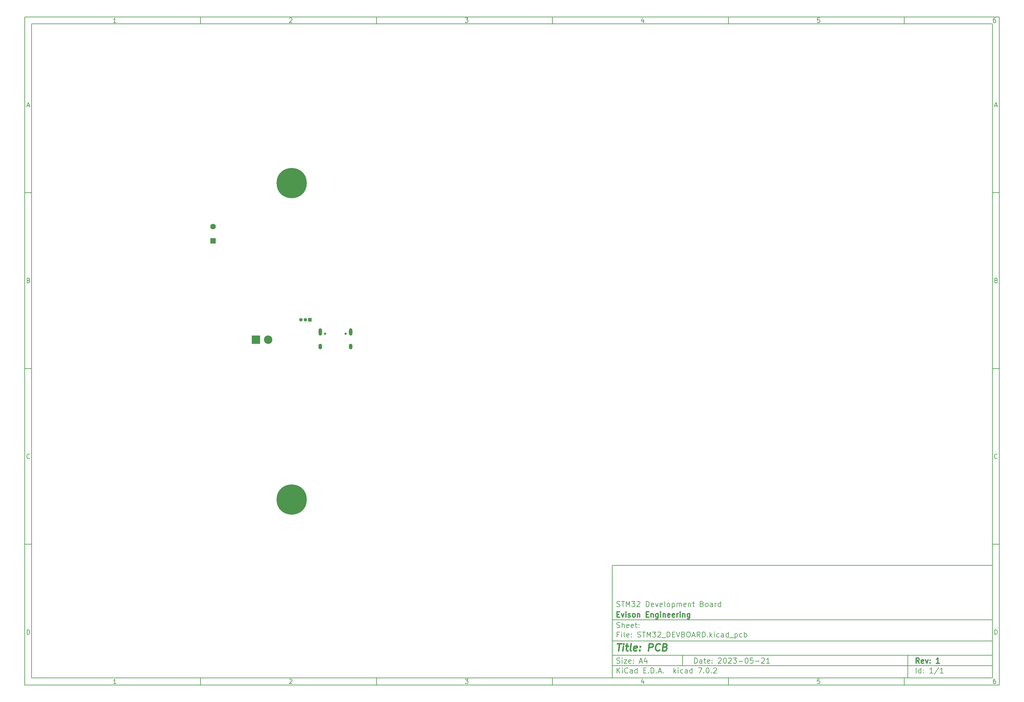
<source format=gbr>
%TF.GenerationSoftware,KiCad,Pcbnew,7.0.2*%
%TF.CreationDate,2023-05-27T14:00:09+09:30*%
%TF.ProjectId,STM32_DEVBOARD,53544d33-325f-4444-9556-424f4152442e,1*%
%TF.SameCoordinates,Original*%
%TF.FileFunction,Soldermask,Bot*%
%TF.FilePolarity,Negative*%
%FSLAX46Y46*%
G04 Gerber Fmt 4.6, Leading zero omitted, Abs format (unit mm)*
G04 Created by KiCad (PCBNEW 7.0.2) date 2023-05-27 14:00:09*
%MOMM*%
%LPD*%
G01*
G04 APERTURE LIST*
%ADD10C,0.100000*%
%ADD11C,0.150000*%
%ADD12C,0.300000*%
%ADD13C,0.400000*%
%ADD14R,1.600000X1.600000*%
%ADD15C,1.600000*%
%ADD16C,0.650000*%
%ADD17O,1.000000X1.600000*%
%ADD18O,1.000000X2.100000*%
%ADD19R,1.000000X1.000000*%
%ADD20O,1.000000X1.000000*%
%ADD21C,8.600000*%
%ADD22R,2.400000X2.400000*%
%ADD23C,2.400000*%
G04 APERTURE END LIST*
D10*
D11*
X177002200Y-166007200D02*
X285002200Y-166007200D01*
X285002200Y-198007200D01*
X177002200Y-198007200D01*
X177002200Y-166007200D01*
D10*
D11*
X10000000Y-10000000D02*
X287002200Y-10000000D01*
X287002200Y-200007200D01*
X10000000Y-200007200D01*
X10000000Y-10000000D01*
D10*
D11*
X12000000Y-12000000D02*
X285002200Y-12000000D01*
X285002200Y-198007200D01*
X12000000Y-198007200D01*
X12000000Y-12000000D01*
D10*
D11*
X60000000Y-12000000D02*
X60000000Y-10000000D01*
D10*
D11*
X110000000Y-12000000D02*
X110000000Y-10000000D01*
D10*
D11*
X160000000Y-12000000D02*
X160000000Y-10000000D01*
D10*
D11*
X210000000Y-12000000D02*
X210000000Y-10000000D01*
D10*
D11*
X260000000Y-12000000D02*
X260000000Y-10000000D01*
D10*
D11*
X35990476Y-11601404D02*
X35247619Y-11601404D01*
X35619047Y-11601404D02*
X35619047Y-10301404D01*
X35619047Y-10301404D02*
X35495238Y-10487119D01*
X35495238Y-10487119D02*
X35371428Y-10610928D01*
X35371428Y-10610928D02*
X35247619Y-10672833D01*
D10*
D11*
X85247619Y-10425214D02*
X85309523Y-10363309D01*
X85309523Y-10363309D02*
X85433333Y-10301404D01*
X85433333Y-10301404D02*
X85742857Y-10301404D01*
X85742857Y-10301404D02*
X85866666Y-10363309D01*
X85866666Y-10363309D02*
X85928571Y-10425214D01*
X85928571Y-10425214D02*
X85990476Y-10549023D01*
X85990476Y-10549023D02*
X85990476Y-10672833D01*
X85990476Y-10672833D02*
X85928571Y-10858547D01*
X85928571Y-10858547D02*
X85185714Y-11601404D01*
X85185714Y-11601404D02*
X85990476Y-11601404D01*
D10*
D11*
X135185714Y-10301404D02*
X135990476Y-10301404D01*
X135990476Y-10301404D02*
X135557142Y-10796642D01*
X135557142Y-10796642D02*
X135742857Y-10796642D01*
X135742857Y-10796642D02*
X135866666Y-10858547D01*
X135866666Y-10858547D02*
X135928571Y-10920452D01*
X135928571Y-10920452D02*
X135990476Y-11044261D01*
X135990476Y-11044261D02*
X135990476Y-11353785D01*
X135990476Y-11353785D02*
X135928571Y-11477595D01*
X135928571Y-11477595D02*
X135866666Y-11539500D01*
X135866666Y-11539500D02*
X135742857Y-11601404D01*
X135742857Y-11601404D02*
X135371428Y-11601404D01*
X135371428Y-11601404D02*
X135247619Y-11539500D01*
X135247619Y-11539500D02*
X135185714Y-11477595D01*
D10*
D11*
X185866666Y-10734738D02*
X185866666Y-11601404D01*
X185557142Y-10239500D02*
X185247619Y-11168071D01*
X185247619Y-11168071D02*
X186052380Y-11168071D01*
D10*
D11*
X235928571Y-10301404D02*
X235309523Y-10301404D01*
X235309523Y-10301404D02*
X235247619Y-10920452D01*
X235247619Y-10920452D02*
X235309523Y-10858547D01*
X235309523Y-10858547D02*
X235433333Y-10796642D01*
X235433333Y-10796642D02*
X235742857Y-10796642D01*
X235742857Y-10796642D02*
X235866666Y-10858547D01*
X235866666Y-10858547D02*
X235928571Y-10920452D01*
X235928571Y-10920452D02*
X235990476Y-11044261D01*
X235990476Y-11044261D02*
X235990476Y-11353785D01*
X235990476Y-11353785D02*
X235928571Y-11477595D01*
X235928571Y-11477595D02*
X235866666Y-11539500D01*
X235866666Y-11539500D02*
X235742857Y-11601404D01*
X235742857Y-11601404D02*
X235433333Y-11601404D01*
X235433333Y-11601404D02*
X235309523Y-11539500D01*
X235309523Y-11539500D02*
X235247619Y-11477595D01*
D10*
D11*
X285866666Y-10301404D02*
X285619047Y-10301404D01*
X285619047Y-10301404D02*
X285495238Y-10363309D01*
X285495238Y-10363309D02*
X285433333Y-10425214D01*
X285433333Y-10425214D02*
X285309523Y-10610928D01*
X285309523Y-10610928D02*
X285247619Y-10858547D01*
X285247619Y-10858547D02*
X285247619Y-11353785D01*
X285247619Y-11353785D02*
X285309523Y-11477595D01*
X285309523Y-11477595D02*
X285371428Y-11539500D01*
X285371428Y-11539500D02*
X285495238Y-11601404D01*
X285495238Y-11601404D02*
X285742857Y-11601404D01*
X285742857Y-11601404D02*
X285866666Y-11539500D01*
X285866666Y-11539500D02*
X285928571Y-11477595D01*
X285928571Y-11477595D02*
X285990476Y-11353785D01*
X285990476Y-11353785D02*
X285990476Y-11044261D01*
X285990476Y-11044261D02*
X285928571Y-10920452D01*
X285928571Y-10920452D02*
X285866666Y-10858547D01*
X285866666Y-10858547D02*
X285742857Y-10796642D01*
X285742857Y-10796642D02*
X285495238Y-10796642D01*
X285495238Y-10796642D02*
X285371428Y-10858547D01*
X285371428Y-10858547D02*
X285309523Y-10920452D01*
X285309523Y-10920452D02*
X285247619Y-11044261D01*
D10*
D11*
X60000000Y-198007200D02*
X60000000Y-200007200D01*
D10*
D11*
X110000000Y-198007200D02*
X110000000Y-200007200D01*
D10*
D11*
X160000000Y-198007200D02*
X160000000Y-200007200D01*
D10*
D11*
X210000000Y-198007200D02*
X210000000Y-200007200D01*
D10*
D11*
X260000000Y-198007200D02*
X260000000Y-200007200D01*
D10*
D11*
X35990476Y-199608604D02*
X35247619Y-199608604D01*
X35619047Y-199608604D02*
X35619047Y-198308604D01*
X35619047Y-198308604D02*
X35495238Y-198494319D01*
X35495238Y-198494319D02*
X35371428Y-198618128D01*
X35371428Y-198618128D02*
X35247619Y-198680033D01*
D10*
D11*
X85247619Y-198432414D02*
X85309523Y-198370509D01*
X85309523Y-198370509D02*
X85433333Y-198308604D01*
X85433333Y-198308604D02*
X85742857Y-198308604D01*
X85742857Y-198308604D02*
X85866666Y-198370509D01*
X85866666Y-198370509D02*
X85928571Y-198432414D01*
X85928571Y-198432414D02*
X85990476Y-198556223D01*
X85990476Y-198556223D02*
X85990476Y-198680033D01*
X85990476Y-198680033D02*
X85928571Y-198865747D01*
X85928571Y-198865747D02*
X85185714Y-199608604D01*
X85185714Y-199608604D02*
X85990476Y-199608604D01*
D10*
D11*
X135185714Y-198308604D02*
X135990476Y-198308604D01*
X135990476Y-198308604D02*
X135557142Y-198803842D01*
X135557142Y-198803842D02*
X135742857Y-198803842D01*
X135742857Y-198803842D02*
X135866666Y-198865747D01*
X135866666Y-198865747D02*
X135928571Y-198927652D01*
X135928571Y-198927652D02*
X135990476Y-199051461D01*
X135990476Y-199051461D02*
X135990476Y-199360985D01*
X135990476Y-199360985D02*
X135928571Y-199484795D01*
X135928571Y-199484795D02*
X135866666Y-199546700D01*
X135866666Y-199546700D02*
X135742857Y-199608604D01*
X135742857Y-199608604D02*
X135371428Y-199608604D01*
X135371428Y-199608604D02*
X135247619Y-199546700D01*
X135247619Y-199546700D02*
X135185714Y-199484795D01*
D10*
D11*
X185866666Y-198741938D02*
X185866666Y-199608604D01*
X185557142Y-198246700D02*
X185247619Y-199175271D01*
X185247619Y-199175271D02*
X186052380Y-199175271D01*
D10*
D11*
X235928571Y-198308604D02*
X235309523Y-198308604D01*
X235309523Y-198308604D02*
X235247619Y-198927652D01*
X235247619Y-198927652D02*
X235309523Y-198865747D01*
X235309523Y-198865747D02*
X235433333Y-198803842D01*
X235433333Y-198803842D02*
X235742857Y-198803842D01*
X235742857Y-198803842D02*
X235866666Y-198865747D01*
X235866666Y-198865747D02*
X235928571Y-198927652D01*
X235928571Y-198927652D02*
X235990476Y-199051461D01*
X235990476Y-199051461D02*
X235990476Y-199360985D01*
X235990476Y-199360985D02*
X235928571Y-199484795D01*
X235928571Y-199484795D02*
X235866666Y-199546700D01*
X235866666Y-199546700D02*
X235742857Y-199608604D01*
X235742857Y-199608604D02*
X235433333Y-199608604D01*
X235433333Y-199608604D02*
X235309523Y-199546700D01*
X235309523Y-199546700D02*
X235247619Y-199484795D01*
D10*
D11*
X285866666Y-198308604D02*
X285619047Y-198308604D01*
X285619047Y-198308604D02*
X285495238Y-198370509D01*
X285495238Y-198370509D02*
X285433333Y-198432414D01*
X285433333Y-198432414D02*
X285309523Y-198618128D01*
X285309523Y-198618128D02*
X285247619Y-198865747D01*
X285247619Y-198865747D02*
X285247619Y-199360985D01*
X285247619Y-199360985D02*
X285309523Y-199484795D01*
X285309523Y-199484795D02*
X285371428Y-199546700D01*
X285371428Y-199546700D02*
X285495238Y-199608604D01*
X285495238Y-199608604D02*
X285742857Y-199608604D01*
X285742857Y-199608604D02*
X285866666Y-199546700D01*
X285866666Y-199546700D02*
X285928571Y-199484795D01*
X285928571Y-199484795D02*
X285990476Y-199360985D01*
X285990476Y-199360985D02*
X285990476Y-199051461D01*
X285990476Y-199051461D02*
X285928571Y-198927652D01*
X285928571Y-198927652D02*
X285866666Y-198865747D01*
X285866666Y-198865747D02*
X285742857Y-198803842D01*
X285742857Y-198803842D02*
X285495238Y-198803842D01*
X285495238Y-198803842D02*
X285371428Y-198865747D01*
X285371428Y-198865747D02*
X285309523Y-198927652D01*
X285309523Y-198927652D02*
X285247619Y-199051461D01*
D10*
D11*
X10000000Y-60000000D02*
X12000000Y-60000000D01*
D10*
D11*
X10000000Y-110000000D02*
X12000000Y-110000000D01*
D10*
D11*
X10000000Y-160000000D02*
X12000000Y-160000000D01*
D10*
D11*
X10690476Y-35229976D02*
X11309523Y-35229976D01*
X10566666Y-35601404D02*
X10999999Y-34301404D01*
X10999999Y-34301404D02*
X11433333Y-35601404D01*
D10*
D11*
X11092857Y-84920452D02*
X11278571Y-84982357D01*
X11278571Y-84982357D02*
X11340476Y-85044261D01*
X11340476Y-85044261D02*
X11402380Y-85168071D01*
X11402380Y-85168071D02*
X11402380Y-85353785D01*
X11402380Y-85353785D02*
X11340476Y-85477595D01*
X11340476Y-85477595D02*
X11278571Y-85539500D01*
X11278571Y-85539500D02*
X11154761Y-85601404D01*
X11154761Y-85601404D02*
X10659523Y-85601404D01*
X10659523Y-85601404D02*
X10659523Y-84301404D01*
X10659523Y-84301404D02*
X11092857Y-84301404D01*
X11092857Y-84301404D02*
X11216666Y-84363309D01*
X11216666Y-84363309D02*
X11278571Y-84425214D01*
X11278571Y-84425214D02*
X11340476Y-84549023D01*
X11340476Y-84549023D02*
X11340476Y-84672833D01*
X11340476Y-84672833D02*
X11278571Y-84796642D01*
X11278571Y-84796642D02*
X11216666Y-84858547D01*
X11216666Y-84858547D02*
X11092857Y-84920452D01*
X11092857Y-84920452D02*
X10659523Y-84920452D01*
D10*
D11*
X11402380Y-135477595D02*
X11340476Y-135539500D01*
X11340476Y-135539500D02*
X11154761Y-135601404D01*
X11154761Y-135601404D02*
X11030952Y-135601404D01*
X11030952Y-135601404D02*
X10845238Y-135539500D01*
X10845238Y-135539500D02*
X10721428Y-135415690D01*
X10721428Y-135415690D02*
X10659523Y-135291880D01*
X10659523Y-135291880D02*
X10597619Y-135044261D01*
X10597619Y-135044261D02*
X10597619Y-134858547D01*
X10597619Y-134858547D02*
X10659523Y-134610928D01*
X10659523Y-134610928D02*
X10721428Y-134487119D01*
X10721428Y-134487119D02*
X10845238Y-134363309D01*
X10845238Y-134363309D02*
X11030952Y-134301404D01*
X11030952Y-134301404D02*
X11154761Y-134301404D01*
X11154761Y-134301404D02*
X11340476Y-134363309D01*
X11340476Y-134363309D02*
X11402380Y-134425214D01*
D10*
D11*
X10659523Y-185601404D02*
X10659523Y-184301404D01*
X10659523Y-184301404D02*
X10969047Y-184301404D01*
X10969047Y-184301404D02*
X11154761Y-184363309D01*
X11154761Y-184363309D02*
X11278571Y-184487119D01*
X11278571Y-184487119D02*
X11340476Y-184610928D01*
X11340476Y-184610928D02*
X11402380Y-184858547D01*
X11402380Y-184858547D02*
X11402380Y-185044261D01*
X11402380Y-185044261D02*
X11340476Y-185291880D01*
X11340476Y-185291880D02*
X11278571Y-185415690D01*
X11278571Y-185415690D02*
X11154761Y-185539500D01*
X11154761Y-185539500D02*
X10969047Y-185601404D01*
X10969047Y-185601404D02*
X10659523Y-185601404D01*
D10*
D11*
X287002200Y-60000000D02*
X285002200Y-60000000D01*
D10*
D11*
X287002200Y-110000000D02*
X285002200Y-110000000D01*
D10*
D11*
X287002200Y-160000000D02*
X285002200Y-160000000D01*
D10*
D11*
X285692676Y-35229976D02*
X286311723Y-35229976D01*
X285568866Y-35601404D02*
X286002199Y-34301404D01*
X286002199Y-34301404D02*
X286435533Y-35601404D01*
D10*
D11*
X286095057Y-84920452D02*
X286280771Y-84982357D01*
X286280771Y-84982357D02*
X286342676Y-85044261D01*
X286342676Y-85044261D02*
X286404580Y-85168071D01*
X286404580Y-85168071D02*
X286404580Y-85353785D01*
X286404580Y-85353785D02*
X286342676Y-85477595D01*
X286342676Y-85477595D02*
X286280771Y-85539500D01*
X286280771Y-85539500D02*
X286156961Y-85601404D01*
X286156961Y-85601404D02*
X285661723Y-85601404D01*
X285661723Y-85601404D02*
X285661723Y-84301404D01*
X285661723Y-84301404D02*
X286095057Y-84301404D01*
X286095057Y-84301404D02*
X286218866Y-84363309D01*
X286218866Y-84363309D02*
X286280771Y-84425214D01*
X286280771Y-84425214D02*
X286342676Y-84549023D01*
X286342676Y-84549023D02*
X286342676Y-84672833D01*
X286342676Y-84672833D02*
X286280771Y-84796642D01*
X286280771Y-84796642D02*
X286218866Y-84858547D01*
X286218866Y-84858547D02*
X286095057Y-84920452D01*
X286095057Y-84920452D02*
X285661723Y-84920452D01*
D10*
D11*
X286404580Y-135477595D02*
X286342676Y-135539500D01*
X286342676Y-135539500D02*
X286156961Y-135601404D01*
X286156961Y-135601404D02*
X286033152Y-135601404D01*
X286033152Y-135601404D02*
X285847438Y-135539500D01*
X285847438Y-135539500D02*
X285723628Y-135415690D01*
X285723628Y-135415690D02*
X285661723Y-135291880D01*
X285661723Y-135291880D02*
X285599819Y-135044261D01*
X285599819Y-135044261D02*
X285599819Y-134858547D01*
X285599819Y-134858547D02*
X285661723Y-134610928D01*
X285661723Y-134610928D02*
X285723628Y-134487119D01*
X285723628Y-134487119D02*
X285847438Y-134363309D01*
X285847438Y-134363309D02*
X286033152Y-134301404D01*
X286033152Y-134301404D02*
X286156961Y-134301404D01*
X286156961Y-134301404D02*
X286342676Y-134363309D01*
X286342676Y-134363309D02*
X286404580Y-134425214D01*
D10*
D11*
X285661723Y-185601404D02*
X285661723Y-184301404D01*
X285661723Y-184301404D02*
X285971247Y-184301404D01*
X285971247Y-184301404D02*
X286156961Y-184363309D01*
X286156961Y-184363309D02*
X286280771Y-184487119D01*
X286280771Y-184487119D02*
X286342676Y-184610928D01*
X286342676Y-184610928D02*
X286404580Y-184858547D01*
X286404580Y-184858547D02*
X286404580Y-185044261D01*
X286404580Y-185044261D02*
X286342676Y-185291880D01*
X286342676Y-185291880D02*
X286280771Y-185415690D01*
X286280771Y-185415690D02*
X286156961Y-185539500D01*
X286156961Y-185539500D02*
X285971247Y-185601404D01*
X285971247Y-185601404D02*
X285661723Y-185601404D01*
D10*
D11*
X200359342Y-193801128D02*
X200359342Y-192301128D01*
X200359342Y-192301128D02*
X200716485Y-192301128D01*
X200716485Y-192301128D02*
X200930771Y-192372557D01*
X200930771Y-192372557D02*
X201073628Y-192515414D01*
X201073628Y-192515414D02*
X201145057Y-192658271D01*
X201145057Y-192658271D02*
X201216485Y-192943985D01*
X201216485Y-192943985D02*
X201216485Y-193158271D01*
X201216485Y-193158271D02*
X201145057Y-193443985D01*
X201145057Y-193443985D02*
X201073628Y-193586842D01*
X201073628Y-193586842D02*
X200930771Y-193729700D01*
X200930771Y-193729700D02*
X200716485Y-193801128D01*
X200716485Y-193801128D02*
X200359342Y-193801128D01*
X202502200Y-193801128D02*
X202502200Y-193015414D01*
X202502200Y-193015414D02*
X202430771Y-192872557D01*
X202430771Y-192872557D02*
X202287914Y-192801128D01*
X202287914Y-192801128D02*
X202002200Y-192801128D01*
X202002200Y-192801128D02*
X201859342Y-192872557D01*
X202502200Y-193729700D02*
X202359342Y-193801128D01*
X202359342Y-193801128D02*
X202002200Y-193801128D01*
X202002200Y-193801128D02*
X201859342Y-193729700D01*
X201859342Y-193729700D02*
X201787914Y-193586842D01*
X201787914Y-193586842D02*
X201787914Y-193443985D01*
X201787914Y-193443985D02*
X201859342Y-193301128D01*
X201859342Y-193301128D02*
X202002200Y-193229700D01*
X202002200Y-193229700D02*
X202359342Y-193229700D01*
X202359342Y-193229700D02*
X202502200Y-193158271D01*
X203002200Y-192801128D02*
X203573628Y-192801128D01*
X203216485Y-192301128D02*
X203216485Y-193586842D01*
X203216485Y-193586842D02*
X203287914Y-193729700D01*
X203287914Y-193729700D02*
X203430771Y-193801128D01*
X203430771Y-193801128D02*
X203573628Y-193801128D01*
X204645057Y-193729700D02*
X204502200Y-193801128D01*
X204502200Y-193801128D02*
X204216486Y-193801128D01*
X204216486Y-193801128D02*
X204073628Y-193729700D01*
X204073628Y-193729700D02*
X204002200Y-193586842D01*
X204002200Y-193586842D02*
X204002200Y-193015414D01*
X204002200Y-193015414D02*
X204073628Y-192872557D01*
X204073628Y-192872557D02*
X204216486Y-192801128D01*
X204216486Y-192801128D02*
X204502200Y-192801128D01*
X204502200Y-192801128D02*
X204645057Y-192872557D01*
X204645057Y-192872557D02*
X204716486Y-193015414D01*
X204716486Y-193015414D02*
X204716486Y-193158271D01*
X204716486Y-193158271D02*
X204002200Y-193301128D01*
X205359342Y-193658271D02*
X205430771Y-193729700D01*
X205430771Y-193729700D02*
X205359342Y-193801128D01*
X205359342Y-193801128D02*
X205287914Y-193729700D01*
X205287914Y-193729700D02*
X205359342Y-193658271D01*
X205359342Y-193658271D02*
X205359342Y-193801128D01*
X205359342Y-192872557D02*
X205430771Y-192943985D01*
X205430771Y-192943985D02*
X205359342Y-193015414D01*
X205359342Y-193015414D02*
X205287914Y-192943985D01*
X205287914Y-192943985D02*
X205359342Y-192872557D01*
X205359342Y-192872557D02*
X205359342Y-193015414D01*
X207145057Y-192443985D02*
X207216485Y-192372557D01*
X207216485Y-192372557D02*
X207359343Y-192301128D01*
X207359343Y-192301128D02*
X207716485Y-192301128D01*
X207716485Y-192301128D02*
X207859343Y-192372557D01*
X207859343Y-192372557D02*
X207930771Y-192443985D01*
X207930771Y-192443985D02*
X208002200Y-192586842D01*
X208002200Y-192586842D02*
X208002200Y-192729700D01*
X208002200Y-192729700D02*
X207930771Y-192943985D01*
X207930771Y-192943985D02*
X207073628Y-193801128D01*
X207073628Y-193801128D02*
X208002200Y-193801128D01*
X208930771Y-192301128D02*
X209073628Y-192301128D01*
X209073628Y-192301128D02*
X209216485Y-192372557D01*
X209216485Y-192372557D02*
X209287914Y-192443985D01*
X209287914Y-192443985D02*
X209359342Y-192586842D01*
X209359342Y-192586842D02*
X209430771Y-192872557D01*
X209430771Y-192872557D02*
X209430771Y-193229700D01*
X209430771Y-193229700D02*
X209359342Y-193515414D01*
X209359342Y-193515414D02*
X209287914Y-193658271D01*
X209287914Y-193658271D02*
X209216485Y-193729700D01*
X209216485Y-193729700D02*
X209073628Y-193801128D01*
X209073628Y-193801128D02*
X208930771Y-193801128D01*
X208930771Y-193801128D02*
X208787914Y-193729700D01*
X208787914Y-193729700D02*
X208716485Y-193658271D01*
X208716485Y-193658271D02*
X208645056Y-193515414D01*
X208645056Y-193515414D02*
X208573628Y-193229700D01*
X208573628Y-193229700D02*
X208573628Y-192872557D01*
X208573628Y-192872557D02*
X208645056Y-192586842D01*
X208645056Y-192586842D02*
X208716485Y-192443985D01*
X208716485Y-192443985D02*
X208787914Y-192372557D01*
X208787914Y-192372557D02*
X208930771Y-192301128D01*
X210002199Y-192443985D02*
X210073627Y-192372557D01*
X210073627Y-192372557D02*
X210216485Y-192301128D01*
X210216485Y-192301128D02*
X210573627Y-192301128D01*
X210573627Y-192301128D02*
X210716485Y-192372557D01*
X210716485Y-192372557D02*
X210787913Y-192443985D01*
X210787913Y-192443985D02*
X210859342Y-192586842D01*
X210859342Y-192586842D02*
X210859342Y-192729700D01*
X210859342Y-192729700D02*
X210787913Y-192943985D01*
X210787913Y-192943985D02*
X209930770Y-193801128D01*
X209930770Y-193801128D02*
X210859342Y-193801128D01*
X211359341Y-192301128D02*
X212287913Y-192301128D01*
X212287913Y-192301128D02*
X211787913Y-192872557D01*
X211787913Y-192872557D02*
X212002198Y-192872557D01*
X212002198Y-192872557D02*
X212145056Y-192943985D01*
X212145056Y-192943985D02*
X212216484Y-193015414D01*
X212216484Y-193015414D02*
X212287913Y-193158271D01*
X212287913Y-193158271D02*
X212287913Y-193515414D01*
X212287913Y-193515414D02*
X212216484Y-193658271D01*
X212216484Y-193658271D02*
X212145056Y-193729700D01*
X212145056Y-193729700D02*
X212002198Y-193801128D01*
X212002198Y-193801128D02*
X211573627Y-193801128D01*
X211573627Y-193801128D02*
X211430770Y-193729700D01*
X211430770Y-193729700D02*
X211359341Y-193658271D01*
X212930769Y-193229700D02*
X214073627Y-193229700D01*
X215073627Y-192301128D02*
X215216484Y-192301128D01*
X215216484Y-192301128D02*
X215359341Y-192372557D01*
X215359341Y-192372557D02*
X215430770Y-192443985D01*
X215430770Y-192443985D02*
X215502198Y-192586842D01*
X215502198Y-192586842D02*
X215573627Y-192872557D01*
X215573627Y-192872557D02*
X215573627Y-193229700D01*
X215573627Y-193229700D02*
X215502198Y-193515414D01*
X215502198Y-193515414D02*
X215430770Y-193658271D01*
X215430770Y-193658271D02*
X215359341Y-193729700D01*
X215359341Y-193729700D02*
X215216484Y-193801128D01*
X215216484Y-193801128D02*
X215073627Y-193801128D01*
X215073627Y-193801128D02*
X214930770Y-193729700D01*
X214930770Y-193729700D02*
X214859341Y-193658271D01*
X214859341Y-193658271D02*
X214787912Y-193515414D01*
X214787912Y-193515414D02*
X214716484Y-193229700D01*
X214716484Y-193229700D02*
X214716484Y-192872557D01*
X214716484Y-192872557D02*
X214787912Y-192586842D01*
X214787912Y-192586842D02*
X214859341Y-192443985D01*
X214859341Y-192443985D02*
X214930770Y-192372557D01*
X214930770Y-192372557D02*
X215073627Y-192301128D01*
X216930769Y-192301128D02*
X216216483Y-192301128D01*
X216216483Y-192301128D02*
X216145055Y-193015414D01*
X216145055Y-193015414D02*
X216216483Y-192943985D01*
X216216483Y-192943985D02*
X216359341Y-192872557D01*
X216359341Y-192872557D02*
X216716483Y-192872557D01*
X216716483Y-192872557D02*
X216859341Y-192943985D01*
X216859341Y-192943985D02*
X216930769Y-193015414D01*
X216930769Y-193015414D02*
X217002198Y-193158271D01*
X217002198Y-193158271D02*
X217002198Y-193515414D01*
X217002198Y-193515414D02*
X216930769Y-193658271D01*
X216930769Y-193658271D02*
X216859341Y-193729700D01*
X216859341Y-193729700D02*
X216716483Y-193801128D01*
X216716483Y-193801128D02*
X216359341Y-193801128D01*
X216359341Y-193801128D02*
X216216483Y-193729700D01*
X216216483Y-193729700D02*
X216145055Y-193658271D01*
X217645054Y-193229700D02*
X218787912Y-193229700D01*
X219430769Y-192443985D02*
X219502197Y-192372557D01*
X219502197Y-192372557D02*
X219645055Y-192301128D01*
X219645055Y-192301128D02*
X220002197Y-192301128D01*
X220002197Y-192301128D02*
X220145055Y-192372557D01*
X220145055Y-192372557D02*
X220216483Y-192443985D01*
X220216483Y-192443985D02*
X220287912Y-192586842D01*
X220287912Y-192586842D02*
X220287912Y-192729700D01*
X220287912Y-192729700D02*
X220216483Y-192943985D01*
X220216483Y-192943985D02*
X219359340Y-193801128D01*
X219359340Y-193801128D02*
X220287912Y-193801128D01*
X221716483Y-193801128D02*
X220859340Y-193801128D01*
X221287911Y-193801128D02*
X221287911Y-192301128D01*
X221287911Y-192301128D02*
X221145054Y-192515414D01*
X221145054Y-192515414D02*
X221002197Y-192658271D01*
X221002197Y-192658271D02*
X220859340Y-192729700D01*
D10*
D11*
X177002200Y-194507200D02*
X285002200Y-194507200D01*
D10*
D11*
X178359342Y-196601128D02*
X178359342Y-195101128D01*
X179216485Y-196601128D02*
X178573628Y-195743985D01*
X179216485Y-195101128D02*
X178359342Y-195958271D01*
X179859342Y-196601128D02*
X179859342Y-195601128D01*
X179859342Y-195101128D02*
X179787914Y-195172557D01*
X179787914Y-195172557D02*
X179859342Y-195243985D01*
X179859342Y-195243985D02*
X179930771Y-195172557D01*
X179930771Y-195172557D02*
X179859342Y-195101128D01*
X179859342Y-195101128D02*
X179859342Y-195243985D01*
X181430771Y-196458271D02*
X181359343Y-196529700D01*
X181359343Y-196529700D02*
X181145057Y-196601128D01*
X181145057Y-196601128D02*
X181002200Y-196601128D01*
X181002200Y-196601128D02*
X180787914Y-196529700D01*
X180787914Y-196529700D02*
X180645057Y-196386842D01*
X180645057Y-196386842D02*
X180573628Y-196243985D01*
X180573628Y-196243985D02*
X180502200Y-195958271D01*
X180502200Y-195958271D02*
X180502200Y-195743985D01*
X180502200Y-195743985D02*
X180573628Y-195458271D01*
X180573628Y-195458271D02*
X180645057Y-195315414D01*
X180645057Y-195315414D02*
X180787914Y-195172557D01*
X180787914Y-195172557D02*
X181002200Y-195101128D01*
X181002200Y-195101128D02*
X181145057Y-195101128D01*
X181145057Y-195101128D02*
X181359343Y-195172557D01*
X181359343Y-195172557D02*
X181430771Y-195243985D01*
X182716486Y-196601128D02*
X182716486Y-195815414D01*
X182716486Y-195815414D02*
X182645057Y-195672557D01*
X182645057Y-195672557D02*
X182502200Y-195601128D01*
X182502200Y-195601128D02*
X182216486Y-195601128D01*
X182216486Y-195601128D02*
X182073628Y-195672557D01*
X182716486Y-196529700D02*
X182573628Y-196601128D01*
X182573628Y-196601128D02*
X182216486Y-196601128D01*
X182216486Y-196601128D02*
X182073628Y-196529700D01*
X182073628Y-196529700D02*
X182002200Y-196386842D01*
X182002200Y-196386842D02*
X182002200Y-196243985D01*
X182002200Y-196243985D02*
X182073628Y-196101128D01*
X182073628Y-196101128D02*
X182216486Y-196029700D01*
X182216486Y-196029700D02*
X182573628Y-196029700D01*
X182573628Y-196029700D02*
X182716486Y-195958271D01*
X184073629Y-196601128D02*
X184073629Y-195101128D01*
X184073629Y-196529700D02*
X183930771Y-196601128D01*
X183930771Y-196601128D02*
X183645057Y-196601128D01*
X183645057Y-196601128D02*
X183502200Y-196529700D01*
X183502200Y-196529700D02*
X183430771Y-196458271D01*
X183430771Y-196458271D02*
X183359343Y-196315414D01*
X183359343Y-196315414D02*
X183359343Y-195886842D01*
X183359343Y-195886842D02*
X183430771Y-195743985D01*
X183430771Y-195743985D02*
X183502200Y-195672557D01*
X183502200Y-195672557D02*
X183645057Y-195601128D01*
X183645057Y-195601128D02*
X183930771Y-195601128D01*
X183930771Y-195601128D02*
X184073629Y-195672557D01*
X185930771Y-195815414D02*
X186430771Y-195815414D01*
X186645057Y-196601128D02*
X185930771Y-196601128D01*
X185930771Y-196601128D02*
X185930771Y-195101128D01*
X185930771Y-195101128D02*
X186645057Y-195101128D01*
X187287914Y-196458271D02*
X187359343Y-196529700D01*
X187359343Y-196529700D02*
X187287914Y-196601128D01*
X187287914Y-196601128D02*
X187216486Y-196529700D01*
X187216486Y-196529700D02*
X187287914Y-196458271D01*
X187287914Y-196458271D02*
X187287914Y-196601128D01*
X188002200Y-196601128D02*
X188002200Y-195101128D01*
X188002200Y-195101128D02*
X188359343Y-195101128D01*
X188359343Y-195101128D02*
X188573629Y-195172557D01*
X188573629Y-195172557D02*
X188716486Y-195315414D01*
X188716486Y-195315414D02*
X188787915Y-195458271D01*
X188787915Y-195458271D02*
X188859343Y-195743985D01*
X188859343Y-195743985D02*
X188859343Y-195958271D01*
X188859343Y-195958271D02*
X188787915Y-196243985D01*
X188787915Y-196243985D02*
X188716486Y-196386842D01*
X188716486Y-196386842D02*
X188573629Y-196529700D01*
X188573629Y-196529700D02*
X188359343Y-196601128D01*
X188359343Y-196601128D02*
X188002200Y-196601128D01*
X189502200Y-196458271D02*
X189573629Y-196529700D01*
X189573629Y-196529700D02*
X189502200Y-196601128D01*
X189502200Y-196601128D02*
X189430772Y-196529700D01*
X189430772Y-196529700D02*
X189502200Y-196458271D01*
X189502200Y-196458271D02*
X189502200Y-196601128D01*
X190145058Y-196172557D02*
X190859344Y-196172557D01*
X190002201Y-196601128D02*
X190502201Y-195101128D01*
X190502201Y-195101128D02*
X191002201Y-196601128D01*
X191502200Y-196458271D02*
X191573629Y-196529700D01*
X191573629Y-196529700D02*
X191502200Y-196601128D01*
X191502200Y-196601128D02*
X191430772Y-196529700D01*
X191430772Y-196529700D02*
X191502200Y-196458271D01*
X191502200Y-196458271D02*
X191502200Y-196601128D01*
X194502200Y-196601128D02*
X194502200Y-195101128D01*
X194645058Y-196029700D02*
X195073629Y-196601128D01*
X195073629Y-195601128D02*
X194502200Y-196172557D01*
X195716486Y-196601128D02*
X195716486Y-195601128D01*
X195716486Y-195101128D02*
X195645058Y-195172557D01*
X195645058Y-195172557D02*
X195716486Y-195243985D01*
X195716486Y-195243985D02*
X195787915Y-195172557D01*
X195787915Y-195172557D02*
X195716486Y-195101128D01*
X195716486Y-195101128D02*
X195716486Y-195243985D01*
X197073630Y-196529700D02*
X196930772Y-196601128D01*
X196930772Y-196601128D02*
X196645058Y-196601128D01*
X196645058Y-196601128D02*
X196502201Y-196529700D01*
X196502201Y-196529700D02*
X196430772Y-196458271D01*
X196430772Y-196458271D02*
X196359344Y-196315414D01*
X196359344Y-196315414D02*
X196359344Y-195886842D01*
X196359344Y-195886842D02*
X196430772Y-195743985D01*
X196430772Y-195743985D02*
X196502201Y-195672557D01*
X196502201Y-195672557D02*
X196645058Y-195601128D01*
X196645058Y-195601128D02*
X196930772Y-195601128D01*
X196930772Y-195601128D02*
X197073630Y-195672557D01*
X198359344Y-196601128D02*
X198359344Y-195815414D01*
X198359344Y-195815414D02*
X198287915Y-195672557D01*
X198287915Y-195672557D02*
X198145058Y-195601128D01*
X198145058Y-195601128D02*
X197859344Y-195601128D01*
X197859344Y-195601128D02*
X197716486Y-195672557D01*
X198359344Y-196529700D02*
X198216486Y-196601128D01*
X198216486Y-196601128D02*
X197859344Y-196601128D01*
X197859344Y-196601128D02*
X197716486Y-196529700D01*
X197716486Y-196529700D02*
X197645058Y-196386842D01*
X197645058Y-196386842D02*
X197645058Y-196243985D01*
X197645058Y-196243985D02*
X197716486Y-196101128D01*
X197716486Y-196101128D02*
X197859344Y-196029700D01*
X197859344Y-196029700D02*
X198216486Y-196029700D01*
X198216486Y-196029700D02*
X198359344Y-195958271D01*
X199716487Y-196601128D02*
X199716487Y-195101128D01*
X199716487Y-196529700D02*
X199573629Y-196601128D01*
X199573629Y-196601128D02*
X199287915Y-196601128D01*
X199287915Y-196601128D02*
X199145058Y-196529700D01*
X199145058Y-196529700D02*
X199073629Y-196458271D01*
X199073629Y-196458271D02*
X199002201Y-196315414D01*
X199002201Y-196315414D02*
X199002201Y-195886842D01*
X199002201Y-195886842D02*
X199073629Y-195743985D01*
X199073629Y-195743985D02*
X199145058Y-195672557D01*
X199145058Y-195672557D02*
X199287915Y-195601128D01*
X199287915Y-195601128D02*
X199573629Y-195601128D01*
X199573629Y-195601128D02*
X199716487Y-195672557D01*
X201430772Y-195101128D02*
X202430772Y-195101128D01*
X202430772Y-195101128D02*
X201787915Y-196601128D01*
X203002200Y-196458271D02*
X203073629Y-196529700D01*
X203073629Y-196529700D02*
X203002200Y-196601128D01*
X203002200Y-196601128D02*
X202930772Y-196529700D01*
X202930772Y-196529700D02*
X203002200Y-196458271D01*
X203002200Y-196458271D02*
X203002200Y-196601128D01*
X204002201Y-195101128D02*
X204145058Y-195101128D01*
X204145058Y-195101128D02*
X204287915Y-195172557D01*
X204287915Y-195172557D02*
X204359344Y-195243985D01*
X204359344Y-195243985D02*
X204430772Y-195386842D01*
X204430772Y-195386842D02*
X204502201Y-195672557D01*
X204502201Y-195672557D02*
X204502201Y-196029700D01*
X204502201Y-196029700D02*
X204430772Y-196315414D01*
X204430772Y-196315414D02*
X204359344Y-196458271D01*
X204359344Y-196458271D02*
X204287915Y-196529700D01*
X204287915Y-196529700D02*
X204145058Y-196601128D01*
X204145058Y-196601128D02*
X204002201Y-196601128D01*
X204002201Y-196601128D02*
X203859344Y-196529700D01*
X203859344Y-196529700D02*
X203787915Y-196458271D01*
X203787915Y-196458271D02*
X203716486Y-196315414D01*
X203716486Y-196315414D02*
X203645058Y-196029700D01*
X203645058Y-196029700D02*
X203645058Y-195672557D01*
X203645058Y-195672557D02*
X203716486Y-195386842D01*
X203716486Y-195386842D02*
X203787915Y-195243985D01*
X203787915Y-195243985D02*
X203859344Y-195172557D01*
X203859344Y-195172557D02*
X204002201Y-195101128D01*
X205145057Y-196458271D02*
X205216486Y-196529700D01*
X205216486Y-196529700D02*
X205145057Y-196601128D01*
X205145057Y-196601128D02*
X205073629Y-196529700D01*
X205073629Y-196529700D02*
X205145057Y-196458271D01*
X205145057Y-196458271D02*
X205145057Y-196601128D01*
X205787915Y-195243985D02*
X205859343Y-195172557D01*
X205859343Y-195172557D02*
X206002201Y-195101128D01*
X206002201Y-195101128D02*
X206359343Y-195101128D01*
X206359343Y-195101128D02*
X206502201Y-195172557D01*
X206502201Y-195172557D02*
X206573629Y-195243985D01*
X206573629Y-195243985D02*
X206645058Y-195386842D01*
X206645058Y-195386842D02*
X206645058Y-195529700D01*
X206645058Y-195529700D02*
X206573629Y-195743985D01*
X206573629Y-195743985D02*
X205716486Y-196601128D01*
X205716486Y-196601128D02*
X206645058Y-196601128D01*
D10*
D11*
X177002200Y-191507200D02*
X285002200Y-191507200D01*
D10*
D12*
X264216485Y-193801128D02*
X263716485Y-193086842D01*
X263359342Y-193801128D02*
X263359342Y-192301128D01*
X263359342Y-192301128D02*
X263930771Y-192301128D01*
X263930771Y-192301128D02*
X264073628Y-192372557D01*
X264073628Y-192372557D02*
X264145057Y-192443985D01*
X264145057Y-192443985D02*
X264216485Y-192586842D01*
X264216485Y-192586842D02*
X264216485Y-192801128D01*
X264216485Y-192801128D02*
X264145057Y-192943985D01*
X264145057Y-192943985D02*
X264073628Y-193015414D01*
X264073628Y-193015414D02*
X263930771Y-193086842D01*
X263930771Y-193086842D02*
X263359342Y-193086842D01*
X265430771Y-193729700D02*
X265287914Y-193801128D01*
X265287914Y-193801128D02*
X265002200Y-193801128D01*
X265002200Y-193801128D02*
X264859342Y-193729700D01*
X264859342Y-193729700D02*
X264787914Y-193586842D01*
X264787914Y-193586842D02*
X264787914Y-193015414D01*
X264787914Y-193015414D02*
X264859342Y-192872557D01*
X264859342Y-192872557D02*
X265002200Y-192801128D01*
X265002200Y-192801128D02*
X265287914Y-192801128D01*
X265287914Y-192801128D02*
X265430771Y-192872557D01*
X265430771Y-192872557D02*
X265502200Y-193015414D01*
X265502200Y-193015414D02*
X265502200Y-193158271D01*
X265502200Y-193158271D02*
X264787914Y-193301128D01*
X266002199Y-192801128D02*
X266359342Y-193801128D01*
X266359342Y-193801128D02*
X266716485Y-192801128D01*
X267287913Y-193658271D02*
X267359342Y-193729700D01*
X267359342Y-193729700D02*
X267287913Y-193801128D01*
X267287913Y-193801128D02*
X267216485Y-193729700D01*
X267216485Y-193729700D02*
X267287913Y-193658271D01*
X267287913Y-193658271D02*
X267287913Y-193801128D01*
X267287913Y-192872557D02*
X267359342Y-192943985D01*
X267359342Y-192943985D02*
X267287913Y-193015414D01*
X267287913Y-193015414D02*
X267216485Y-192943985D01*
X267216485Y-192943985D02*
X267287913Y-192872557D01*
X267287913Y-192872557D02*
X267287913Y-193015414D01*
X269930771Y-193801128D02*
X269073628Y-193801128D01*
X269502199Y-193801128D02*
X269502199Y-192301128D01*
X269502199Y-192301128D02*
X269359342Y-192515414D01*
X269359342Y-192515414D02*
X269216485Y-192658271D01*
X269216485Y-192658271D02*
X269073628Y-192729700D01*
D10*
D11*
X178287914Y-193729700D02*
X178502200Y-193801128D01*
X178502200Y-193801128D02*
X178859342Y-193801128D01*
X178859342Y-193801128D02*
X179002200Y-193729700D01*
X179002200Y-193729700D02*
X179073628Y-193658271D01*
X179073628Y-193658271D02*
X179145057Y-193515414D01*
X179145057Y-193515414D02*
X179145057Y-193372557D01*
X179145057Y-193372557D02*
X179073628Y-193229700D01*
X179073628Y-193229700D02*
X179002200Y-193158271D01*
X179002200Y-193158271D02*
X178859342Y-193086842D01*
X178859342Y-193086842D02*
X178573628Y-193015414D01*
X178573628Y-193015414D02*
X178430771Y-192943985D01*
X178430771Y-192943985D02*
X178359342Y-192872557D01*
X178359342Y-192872557D02*
X178287914Y-192729700D01*
X178287914Y-192729700D02*
X178287914Y-192586842D01*
X178287914Y-192586842D02*
X178359342Y-192443985D01*
X178359342Y-192443985D02*
X178430771Y-192372557D01*
X178430771Y-192372557D02*
X178573628Y-192301128D01*
X178573628Y-192301128D02*
X178930771Y-192301128D01*
X178930771Y-192301128D02*
X179145057Y-192372557D01*
X179787913Y-193801128D02*
X179787913Y-192801128D01*
X179787913Y-192301128D02*
X179716485Y-192372557D01*
X179716485Y-192372557D02*
X179787913Y-192443985D01*
X179787913Y-192443985D02*
X179859342Y-192372557D01*
X179859342Y-192372557D02*
X179787913Y-192301128D01*
X179787913Y-192301128D02*
X179787913Y-192443985D01*
X180359342Y-192801128D02*
X181145057Y-192801128D01*
X181145057Y-192801128D02*
X180359342Y-193801128D01*
X180359342Y-193801128D02*
X181145057Y-193801128D01*
X182287914Y-193729700D02*
X182145057Y-193801128D01*
X182145057Y-193801128D02*
X181859343Y-193801128D01*
X181859343Y-193801128D02*
X181716485Y-193729700D01*
X181716485Y-193729700D02*
X181645057Y-193586842D01*
X181645057Y-193586842D02*
X181645057Y-193015414D01*
X181645057Y-193015414D02*
X181716485Y-192872557D01*
X181716485Y-192872557D02*
X181859343Y-192801128D01*
X181859343Y-192801128D02*
X182145057Y-192801128D01*
X182145057Y-192801128D02*
X182287914Y-192872557D01*
X182287914Y-192872557D02*
X182359343Y-193015414D01*
X182359343Y-193015414D02*
X182359343Y-193158271D01*
X182359343Y-193158271D02*
X181645057Y-193301128D01*
X183002199Y-193658271D02*
X183073628Y-193729700D01*
X183073628Y-193729700D02*
X183002199Y-193801128D01*
X183002199Y-193801128D02*
X182930771Y-193729700D01*
X182930771Y-193729700D02*
X183002199Y-193658271D01*
X183002199Y-193658271D02*
X183002199Y-193801128D01*
X183002199Y-192872557D02*
X183073628Y-192943985D01*
X183073628Y-192943985D02*
X183002199Y-193015414D01*
X183002199Y-193015414D02*
X182930771Y-192943985D01*
X182930771Y-192943985D02*
X183002199Y-192872557D01*
X183002199Y-192872557D02*
X183002199Y-193015414D01*
X184787914Y-193372557D02*
X185502200Y-193372557D01*
X184645057Y-193801128D02*
X185145057Y-192301128D01*
X185145057Y-192301128D02*
X185645057Y-193801128D01*
X186787914Y-192801128D02*
X186787914Y-193801128D01*
X186430771Y-192229700D02*
X186073628Y-193301128D01*
X186073628Y-193301128D02*
X187002199Y-193301128D01*
D10*
D11*
X263359342Y-196601128D02*
X263359342Y-195101128D01*
X264716486Y-196601128D02*
X264716486Y-195101128D01*
X264716486Y-196529700D02*
X264573628Y-196601128D01*
X264573628Y-196601128D02*
X264287914Y-196601128D01*
X264287914Y-196601128D02*
X264145057Y-196529700D01*
X264145057Y-196529700D02*
X264073628Y-196458271D01*
X264073628Y-196458271D02*
X264002200Y-196315414D01*
X264002200Y-196315414D02*
X264002200Y-195886842D01*
X264002200Y-195886842D02*
X264073628Y-195743985D01*
X264073628Y-195743985D02*
X264145057Y-195672557D01*
X264145057Y-195672557D02*
X264287914Y-195601128D01*
X264287914Y-195601128D02*
X264573628Y-195601128D01*
X264573628Y-195601128D02*
X264716486Y-195672557D01*
X265430771Y-196458271D02*
X265502200Y-196529700D01*
X265502200Y-196529700D02*
X265430771Y-196601128D01*
X265430771Y-196601128D02*
X265359343Y-196529700D01*
X265359343Y-196529700D02*
X265430771Y-196458271D01*
X265430771Y-196458271D02*
X265430771Y-196601128D01*
X265430771Y-195672557D02*
X265502200Y-195743985D01*
X265502200Y-195743985D02*
X265430771Y-195815414D01*
X265430771Y-195815414D02*
X265359343Y-195743985D01*
X265359343Y-195743985D02*
X265430771Y-195672557D01*
X265430771Y-195672557D02*
X265430771Y-195815414D01*
X268073629Y-196601128D02*
X267216486Y-196601128D01*
X267645057Y-196601128D02*
X267645057Y-195101128D01*
X267645057Y-195101128D02*
X267502200Y-195315414D01*
X267502200Y-195315414D02*
X267359343Y-195458271D01*
X267359343Y-195458271D02*
X267216486Y-195529700D01*
X269787914Y-195029700D02*
X268502200Y-196958271D01*
X271073629Y-196601128D02*
X270216486Y-196601128D01*
X270645057Y-196601128D02*
X270645057Y-195101128D01*
X270645057Y-195101128D02*
X270502200Y-195315414D01*
X270502200Y-195315414D02*
X270359343Y-195458271D01*
X270359343Y-195458271D02*
X270216486Y-195529700D01*
D10*
D11*
X177002200Y-187507200D02*
X285002200Y-187507200D01*
D10*
D13*
X178430771Y-188232438D02*
X179573628Y-188232438D01*
X178752200Y-190232438D02*
X179002200Y-188232438D01*
X179978390Y-190232438D02*
X180145057Y-188899104D01*
X180228390Y-188232438D02*
X180121247Y-188327676D01*
X180121247Y-188327676D02*
X180204581Y-188422914D01*
X180204581Y-188422914D02*
X180311724Y-188327676D01*
X180311724Y-188327676D02*
X180228390Y-188232438D01*
X180228390Y-188232438D02*
X180204581Y-188422914D01*
X180799819Y-188899104D02*
X181561723Y-188899104D01*
X181168866Y-188232438D02*
X180954581Y-189946723D01*
X180954581Y-189946723D02*
X181026009Y-190137200D01*
X181026009Y-190137200D02*
X181204581Y-190232438D01*
X181204581Y-190232438D02*
X181395057Y-190232438D01*
X182335533Y-190232438D02*
X182156961Y-190137200D01*
X182156961Y-190137200D02*
X182085533Y-189946723D01*
X182085533Y-189946723D02*
X182299818Y-188232438D01*
X183859342Y-190137200D02*
X183656961Y-190232438D01*
X183656961Y-190232438D02*
X183276008Y-190232438D01*
X183276008Y-190232438D02*
X183097437Y-190137200D01*
X183097437Y-190137200D02*
X183026008Y-189946723D01*
X183026008Y-189946723D02*
X183121247Y-189184819D01*
X183121247Y-189184819D02*
X183240294Y-188994342D01*
X183240294Y-188994342D02*
X183442675Y-188899104D01*
X183442675Y-188899104D02*
X183823627Y-188899104D01*
X183823627Y-188899104D02*
X184002199Y-188994342D01*
X184002199Y-188994342D02*
X184073627Y-189184819D01*
X184073627Y-189184819D02*
X184049818Y-189375295D01*
X184049818Y-189375295D02*
X183073627Y-189565771D01*
X184811723Y-190041961D02*
X184895056Y-190137200D01*
X184895056Y-190137200D02*
X184787913Y-190232438D01*
X184787913Y-190232438D02*
X184704580Y-190137200D01*
X184704580Y-190137200D02*
X184811723Y-190041961D01*
X184811723Y-190041961D02*
X184787913Y-190232438D01*
X184942675Y-188994342D02*
X185026008Y-189089580D01*
X185026008Y-189089580D02*
X184918866Y-189184819D01*
X184918866Y-189184819D02*
X184835532Y-189089580D01*
X184835532Y-189089580D02*
X184942675Y-188994342D01*
X184942675Y-188994342D02*
X184918866Y-189184819D01*
X187252199Y-190232438D02*
X187502199Y-188232438D01*
X187502199Y-188232438D02*
X188264104Y-188232438D01*
X188264104Y-188232438D02*
X188442675Y-188327676D01*
X188442675Y-188327676D02*
X188526009Y-188422914D01*
X188526009Y-188422914D02*
X188597437Y-188613390D01*
X188597437Y-188613390D02*
X188561723Y-188899104D01*
X188561723Y-188899104D02*
X188442675Y-189089580D01*
X188442675Y-189089580D02*
X188335533Y-189184819D01*
X188335533Y-189184819D02*
X188133152Y-189280057D01*
X188133152Y-189280057D02*
X187371247Y-189280057D01*
X190406961Y-190041961D02*
X190299818Y-190137200D01*
X190299818Y-190137200D02*
X190002199Y-190232438D01*
X190002199Y-190232438D02*
X189811723Y-190232438D01*
X189811723Y-190232438D02*
X189537913Y-190137200D01*
X189537913Y-190137200D02*
X189371247Y-189946723D01*
X189371247Y-189946723D02*
X189299818Y-189756247D01*
X189299818Y-189756247D02*
X189252199Y-189375295D01*
X189252199Y-189375295D02*
X189287913Y-189089580D01*
X189287913Y-189089580D02*
X189430770Y-188708628D01*
X189430770Y-188708628D02*
X189549818Y-188518152D01*
X189549818Y-188518152D02*
X189764104Y-188327676D01*
X189764104Y-188327676D02*
X190061723Y-188232438D01*
X190061723Y-188232438D02*
X190252199Y-188232438D01*
X190252199Y-188232438D02*
X190526009Y-188327676D01*
X190526009Y-188327676D02*
X190609342Y-188422914D01*
X192026008Y-189184819D02*
X192299818Y-189280057D01*
X192299818Y-189280057D02*
X192383151Y-189375295D01*
X192383151Y-189375295D02*
X192454580Y-189565771D01*
X192454580Y-189565771D02*
X192418865Y-189851485D01*
X192418865Y-189851485D02*
X192299818Y-190041961D01*
X192299818Y-190041961D02*
X192192675Y-190137200D01*
X192192675Y-190137200D02*
X191990294Y-190232438D01*
X191990294Y-190232438D02*
X191228389Y-190232438D01*
X191228389Y-190232438D02*
X191478389Y-188232438D01*
X191478389Y-188232438D02*
X192145056Y-188232438D01*
X192145056Y-188232438D02*
X192323627Y-188327676D01*
X192323627Y-188327676D02*
X192406961Y-188422914D01*
X192406961Y-188422914D02*
X192478389Y-188613390D01*
X192478389Y-188613390D02*
X192454580Y-188803866D01*
X192454580Y-188803866D02*
X192335532Y-188994342D01*
X192335532Y-188994342D02*
X192228389Y-189089580D01*
X192228389Y-189089580D02*
X192026008Y-189184819D01*
X192026008Y-189184819D02*
X191359342Y-189184819D01*
D10*
D11*
X178859342Y-185615414D02*
X178359342Y-185615414D01*
X178359342Y-186401128D02*
X178359342Y-184901128D01*
X178359342Y-184901128D02*
X179073628Y-184901128D01*
X179645056Y-186401128D02*
X179645056Y-185401128D01*
X179645056Y-184901128D02*
X179573628Y-184972557D01*
X179573628Y-184972557D02*
X179645056Y-185043985D01*
X179645056Y-185043985D02*
X179716485Y-184972557D01*
X179716485Y-184972557D02*
X179645056Y-184901128D01*
X179645056Y-184901128D02*
X179645056Y-185043985D01*
X180573628Y-186401128D02*
X180430771Y-186329700D01*
X180430771Y-186329700D02*
X180359342Y-186186842D01*
X180359342Y-186186842D02*
X180359342Y-184901128D01*
X181716485Y-186329700D02*
X181573628Y-186401128D01*
X181573628Y-186401128D02*
X181287914Y-186401128D01*
X181287914Y-186401128D02*
X181145056Y-186329700D01*
X181145056Y-186329700D02*
X181073628Y-186186842D01*
X181073628Y-186186842D02*
X181073628Y-185615414D01*
X181073628Y-185615414D02*
X181145056Y-185472557D01*
X181145056Y-185472557D02*
X181287914Y-185401128D01*
X181287914Y-185401128D02*
X181573628Y-185401128D01*
X181573628Y-185401128D02*
X181716485Y-185472557D01*
X181716485Y-185472557D02*
X181787914Y-185615414D01*
X181787914Y-185615414D02*
X181787914Y-185758271D01*
X181787914Y-185758271D02*
X181073628Y-185901128D01*
X182430770Y-186258271D02*
X182502199Y-186329700D01*
X182502199Y-186329700D02*
X182430770Y-186401128D01*
X182430770Y-186401128D02*
X182359342Y-186329700D01*
X182359342Y-186329700D02*
X182430770Y-186258271D01*
X182430770Y-186258271D02*
X182430770Y-186401128D01*
X182430770Y-185472557D02*
X182502199Y-185543985D01*
X182502199Y-185543985D02*
X182430770Y-185615414D01*
X182430770Y-185615414D02*
X182359342Y-185543985D01*
X182359342Y-185543985D02*
X182430770Y-185472557D01*
X182430770Y-185472557D02*
X182430770Y-185615414D01*
X184216485Y-186329700D02*
X184430771Y-186401128D01*
X184430771Y-186401128D02*
X184787913Y-186401128D01*
X184787913Y-186401128D02*
X184930771Y-186329700D01*
X184930771Y-186329700D02*
X185002199Y-186258271D01*
X185002199Y-186258271D02*
X185073628Y-186115414D01*
X185073628Y-186115414D02*
X185073628Y-185972557D01*
X185073628Y-185972557D02*
X185002199Y-185829700D01*
X185002199Y-185829700D02*
X184930771Y-185758271D01*
X184930771Y-185758271D02*
X184787913Y-185686842D01*
X184787913Y-185686842D02*
X184502199Y-185615414D01*
X184502199Y-185615414D02*
X184359342Y-185543985D01*
X184359342Y-185543985D02*
X184287913Y-185472557D01*
X184287913Y-185472557D02*
X184216485Y-185329700D01*
X184216485Y-185329700D02*
X184216485Y-185186842D01*
X184216485Y-185186842D02*
X184287913Y-185043985D01*
X184287913Y-185043985D02*
X184359342Y-184972557D01*
X184359342Y-184972557D02*
X184502199Y-184901128D01*
X184502199Y-184901128D02*
X184859342Y-184901128D01*
X184859342Y-184901128D02*
X185073628Y-184972557D01*
X185502199Y-184901128D02*
X186359342Y-184901128D01*
X185930770Y-186401128D02*
X185930770Y-184901128D01*
X186859341Y-186401128D02*
X186859341Y-184901128D01*
X186859341Y-184901128D02*
X187359341Y-185972557D01*
X187359341Y-185972557D02*
X187859341Y-184901128D01*
X187859341Y-184901128D02*
X187859341Y-186401128D01*
X188430770Y-184901128D02*
X189359342Y-184901128D01*
X189359342Y-184901128D02*
X188859342Y-185472557D01*
X188859342Y-185472557D02*
X189073627Y-185472557D01*
X189073627Y-185472557D02*
X189216485Y-185543985D01*
X189216485Y-185543985D02*
X189287913Y-185615414D01*
X189287913Y-185615414D02*
X189359342Y-185758271D01*
X189359342Y-185758271D02*
X189359342Y-186115414D01*
X189359342Y-186115414D02*
X189287913Y-186258271D01*
X189287913Y-186258271D02*
X189216485Y-186329700D01*
X189216485Y-186329700D02*
X189073627Y-186401128D01*
X189073627Y-186401128D02*
X188645056Y-186401128D01*
X188645056Y-186401128D02*
X188502199Y-186329700D01*
X188502199Y-186329700D02*
X188430770Y-186258271D01*
X189930770Y-185043985D02*
X190002198Y-184972557D01*
X190002198Y-184972557D02*
X190145056Y-184901128D01*
X190145056Y-184901128D02*
X190502198Y-184901128D01*
X190502198Y-184901128D02*
X190645056Y-184972557D01*
X190645056Y-184972557D02*
X190716484Y-185043985D01*
X190716484Y-185043985D02*
X190787913Y-185186842D01*
X190787913Y-185186842D02*
X190787913Y-185329700D01*
X190787913Y-185329700D02*
X190716484Y-185543985D01*
X190716484Y-185543985D02*
X189859341Y-186401128D01*
X189859341Y-186401128D02*
X190787913Y-186401128D01*
X191073627Y-186543985D02*
X192216484Y-186543985D01*
X192573626Y-186401128D02*
X192573626Y-184901128D01*
X192573626Y-184901128D02*
X192930769Y-184901128D01*
X192930769Y-184901128D02*
X193145055Y-184972557D01*
X193145055Y-184972557D02*
X193287912Y-185115414D01*
X193287912Y-185115414D02*
X193359341Y-185258271D01*
X193359341Y-185258271D02*
X193430769Y-185543985D01*
X193430769Y-185543985D02*
X193430769Y-185758271D01*
X193430769Y-185758271D02*
X193359341Y-186043985D01*
X193359341Y-186043985D02*
X193287912Y-186186842D01*
X193287912Y-186186842D02*
X193145055Y-186329700D01*
X193145055Y-186329700D02*
X192930769Y-186401128D01*
X192930769Y-186401128D02*
X192573626Y-186401128D01*
X194073626Y-185615414D02*
X194573626Y-185615414D01*
X194787912Y-186401128D02*
X194073626Y-186401128D01*
X194073626Y-186401128D02*
X194073626Y-184901128D01*
X194073626Y-184901128D02*
X194787912Y-184901128D01*
X195216484Y-184901128D02*
X195716484Y-186401128D01*
X195716484Y-186401128D02*
X196216484Y-184901128D01*
X197216483Y-185615414D02*
X197430769Y-185686842D01*
X197430769Y-185686842D02*
X197502198Y-185758271D01*
X197502198Y-185758271D02*
X197573626Y-185901128D01*
X197573626Y-185901128D02*
X197573626Y-186115414D01*
X197573626Y-186115414D02*
X197502198Y-186258271D01*
X197502198Y-186258271D02*
X197430769Y-186329700D01*
X197430769Y-186329700D02*
X197287912Y-186401128D01*
X197287912Y-186401128D02*
X196716483Y-186401128D01*
X196716483Y-186401128D02*
X196716483Y-184901128D01*
X196716483Y-184901128D02*
X197216483Y-184901128D01*
X197216483Y-184901128D02*
X197359341Y-184972557D01*
X197359341Y-184972557D02*
X197430769Y-185043985D01*
X197430769Y-185043985D02*
X197502198Y-185186842D01*
X197502198Y-185186842D02*
X197502198Y-185329700D01*
X197502198Y-185329700D02*
X197430769Y-185472557D01*
X197430769Y-185472557D02*
X197359341Y-185543985D01*
X197359341Y-185543985D02*
X197216483Y-185615414D01*
X197216483Y-185615414D02*
X196716483Y-185615414D01*
X198502198Y-184901128D02*
X198787912Y-184901128D01*
X198787912Y-184901128D02*
X198930769Y-184972557D01*
X198930769Y-184972557D02*
X199073626Y-185115414D01*
X199073626Y-185115414D02*
X199145055Y-185401128D01*
X199145055Y-185401128D02*
X199145055Y-185901128D01*
X199145055Y-185901128D02*
X199073626Y-186186842D01*
X199073626Y-186186842D02*
X198930769Y-186329700D01*
X198930769Y-186329700D02*
X198787912Y-186401128D01*
X198787912Y-186401128D02*
X198502198Y-186401128D01*
X198502198Y-186401128D02*
X198359341Y-186329700D01*
X198359341Y-186329700D02*
X198216483Y-186186842D01*
X198216483Y-186186842D02*
X198145055Y-185901128D01*
X198145055Y-185901128D02*
X198145055Y-185401128D01*
X198145055Y-185401128D02*
X198216483Y-185115414D01*
X198216483Y-185115414D02*
X198359341Y-184972557D01*
X198359341Y-184972557D02*
X198502198Y-184901128D01*
X199716484Y-185972557D02*
X200430770Y-185972557D01*
X199573627Y-186401128D02*
X200073627Y-184901128D01*
X200073627Y-184901128D02*
X200573627Y-186401128D01*
X201930769Y-186401128D02*
X201430769Y-185686842D01*
X201073626Y-186401128D02*
X201073626Y-184901128D01*
X201073626Y-184901128D02*
X201645055Y-184901128D01*
X201645055Y-184901128D02*
X201787912Y-184972557D01*
X201787912Y-184972557D02*
X201859341Y-185043985D01*
X201859341Y-185043985D02*
X201930769Y-185186842D01*
X201930769Y-185186842D02*
X201930769Y-185401128D01*
X201930769Y-185401128D02*
X201859341Y-185543985D01*
X201859341Y-185543985D02*
X201787912Y-185615414D01*
X201787912Y-185615414D02*
X201645055Y-185686842D01*
X201645055Y-185686842D02*
X201073626Y-185686842D01*
X202573626Y-186401128D02*
X202573626Y-184901128D01*
X202573626Y-184901128D02*
X202930769Y-184901128D01*
X202930769Y-184901128D02*
X203145055Y-184972557D01*
X203145055Y-184972557D02*
X203287912Y-185115414D01*
X203287912Y-185115414D02*
X203359341Y-185258271D01*
X203359341Y-185258271D02*
X203430769Y-185543985D01*
X203430769Y-185543985D02*
X203430769Y-185758271D01*
X203430769Y-185758271D02*
X203359341Y-186043985D01*
X203359341Y-186043985D02*
X203287912Y-186186842D01*
X203287912Y-186186842D02*
X203145055Y-186329700D01*
X203145055Y-186329700D02*
X202930769Y-186401128D01*
X202930769Y-186401128D02*
X202573626Y-186401128D01*
X204073626Y-186258271D02*
X204145055Y-186329700D01*
X204145055Y-186329700D02*
X204073626Y-186401128D01*
X204073626Y-186401128D02*
X204002198Y-186329700D01*
X204002198Y-186329700D02*
X204073626Y-186258271D01*
X204073626Y-186258271D02*
X204073626Y-186401128D01*
X204787912Y-186401128D02*
X204787912Y-184901128D01*
X204930770Y-185829700D02*
X205359341Y-186401128D01*
X205359341Y-185401128D02*
X204787912Y-185972557D01*
X206002198Y-186401128D02*
X206002198Y-185401128D01*
X206002198Y-184901128D02*
X205930770Y-184972557D01*
X205930770Y-184972557D02*
X206002198Y-185043985D01*
X206002198Y-185043985D02*
X206073627Y-184972557D01*
X206073627Y-184972557D02*
X206002198Y-184901128D01*
X206002198Y-184901128D02*
X206002198Y-185043985D01*
X207359342Y-186329700D02*
X207216484Y-186401128D01*
X207216484Y-186401128D02*
X206930770Y-186401128D01*
X206930770Y-186401128D02*
X206787913Y-186329700D01*
X206787913Y-186329700D02*
X206716484Y-186258271D01*
X206716484Y-186258271D02*
X206645056Y-186115414D01*
X206645056Y-186115414D02*
X206645056Y-185686842D01*
X206645056Y-185686842D02*
X206716484Y-185543985D01*
X206716484Y-185543985D02*
X206787913Y-185472557D01*
X206787913Y-185472557D02*
X206930770Y-185401128D01*
X206930770Y-185401128D02*
X207216484Y-185401128D01*
X207216484Y-185401128D02*
X207359342Y-185472557D01*
X208645056Y-186401128D02*
X208645056Y-185615414D01*
X208645056Y-185615414D02*
X208573627Y-185472557D01*
X208573627Y-185472557D02*
X208430770Y-185401128D01*
X208430770Y-185401128D02*
X208145056Y-185401128D01*
X208145056Y-185401128D02*
X208002198Y-185472557D01*
X208645056Y-186329700D02*
X208502198Y-186401128D01*
X208502198Y-186401128D02*
X208145056Y-186401128D01*
X208145056Y-186401128D02*
X208002198Y-186329700D01*
X208002198Y-186329700D02*
X207930770Y-186186842D01*
X207930770Y-186186842D02*
X207930770Y-186043985D01*
X207930770Y-186043985D02*
X208002198Y-185901128D01*
X208002198Y-185901128D02*
X208145056Y-185829700D01*
X208145056Y-185829700D02*
X208502198Y-185829700D01*
X208502198Y-185829700D02*
X208645056Y-185758271D01*
X210002199Y-186401128D02*
X210002199Y-184901128D01*
X210002199Y-186329700D02*
X209859341Y-186401128D01*
X209859341Y-186401128D02*
X209573627Y-186401128D01*
X209573627Y-186401128D02*
X209430770Y-186329700D01*
X209430770Y-186329700D02*
X209359341Y-186258271D01*
X209359341Y-186258271D02*
X209287913Y-186115414D01*
X209287913Y-186115414D02*
X209287913Y-185686842D01*
X209287913Y-185686842D02*
X209359341Y-185543985D01*
X209359341Y-185543985D02*
X209430770Y-185472557D01*
X209430770Y-185472557D02*
X209573627Y-185401128D01*
X209573627Y-185401128D02*
X209859341Y-185401128D01*
X209859341Y-185401128D02*
X210002199Y-185472557D01*
X210359342Y-186543985D02*
X211502199Y-186543985D01*
X211859341Y-185401128D02*
X211859341Y-186901128D01*
X211859341Y-185472557D02*
X212002199Y-185401128D01*
X212002199Y-185401128D02*
X212287913Y-185401128D01*
X212287913Y-185401128D02*
X212430770Y-185472557D01*
X212430770Y-185472557D02*
X212502199Y-185543985D01*
X212502199Y-185543985D02*
X212573627Y-185686842D01*
X212573627Y-185686842D02*
X212573627Y-186115414D01*
X212573627Y-186115414D02*
X212502199Y-186258271D01*
X212502199Y-186258271D02*
X212430770Y-186329700D01*
X212430770Y-186329700D02*
X212287913Y-186401128D01*
X212287913Y-186401128D02*
X212002199Y-186401128D01*
X212002199Y-186401128D02*
X211859341Y-186329700D01*
X213859342Y-186329700D02*
X213716484Y-186401128D01*
X213716484Y-186401128D02*
X213430770Y-186401128D01*
X213430770Y-186401128D02*
X213287913Y-186329700D01*
X213287913Y-186329700D02*
X213216484Y-186258271D01*
X213216484Y-186258271D02*
X213145056Y-186115414D01*
X213145056Y-186115414D02*
X213145056Y-185686842D01*
X213145056Y-185686842D02*
X213216484Y-185543985D01*
X213216484Y-185543985D02*
X213287913Y-185472557D01*
X213287913Y-185472557D02*
X213430770Y-185401128D01*
X213430770Y-185401128D02*
X213716484Y-185401128D01*
X213716484Y-185401128D02*
X213859342Y-185472557D01*
X214502198Y-186401128D02*
X214502198Y-184901128D01*
X214502198Y-185472557D02*
X214645056Y-185401128D01*
X214645056Y-185401128D02*
X214930770Y-185401128D01*
X214930770Y-185401128D02*
X215073627Y-185472557D01*
X215073627Y-185472557D02*
X215145056Y-185543985D01*
X215145056Y-185543985D02*
X215216484Y-185686842D01*
X215216484Y-185686842D02*
X215216484Y-186115414D01*
X215216484Y-186115414D02*
X215145056Y-186258271D01*
X215145056Y-186258271D02*
X215073627Y-186329700D01*
X215073627Y-186329700D02*
X214930770Y-186401128D01*
X214930770Y-186401128D02*
X214645056Y-186401128D01*
X214645056Y-186401128D02*
X214502198Y-186329700D01*
D10*
D11*
X177002200Y-181507200D02*
X285002200Y-181507200D01*
D10*
D11*
X178287914Y-183629700D02*
X178502200Y-183701128D01*
X178502200Y-183701128D02*
X178859342Y-183701128D01*
X178859342Y-183701128D02*
X179002200Y-183629700D01*
X179002200Y-183629700D02*
X179073628Y-183558271D01*
X179073628Y-183558271D02*
X179145057Y-183415414D01*
X179145057Y-183415414D02*
X179145057Y-183272557D01*
X179145057Y-183272557D02*
X179073628Y-183129700D01*
X179073628Y-183129700D02*
X179002200Y-183058271D01*
X179002200Y-183058271D02*
X178859342Y-182986842D01*
X178859342Y-182986842D02*
X178573628Y-182915414D01*
X178573628Y-182915414D02*
X178430771Y-182843985D01*
X178430771Y-182843985D02*
X178359342Y-182772557D01*
X178359342Y-182772557D02*
X178287914Y-182629700D01*
X178287914Y-182629700D02*
X178287914Y-182486842D01*
X178287914Y-182486842D02*
X178359342Y-182343985D01*
X178359342Y-182343985D02*
X178430771Y-182272557D01*
X178430771Y-182272557D02*
X178573628Y-182201128D01*
X178573628Y-182201128D02*
X178930771Y-182201128D01*
X178930771Y-182201128D02*
X179145057Y-182272557D01*
X179787913Y-183701128D02*
X179787913Y-182201128D01*
X180430771Y-183701128D02*
X180430771Y-182915414D01*
X180430771Y-182915414D02*
X180359342Y-182772557D01*
X180359342Y-182772557D02*
X180216485Y-182701128D01*
X180216485Y-182701128D02*
X180002199Y-182701128D01*
X180002199Y-182701128D02*
X179859342Y-182772557D01*
X179859342Y-182772557D02*
X179787913Y-182843985D01*
X181716485Y-183629700D02*
X181573628Y-183701128D01*
X181573628Y-183701128D02*
X181287914Y-183701128D01*
X181287914Y-183701128D02*
X181145056Y-183629700D01*
X181145056Y-183629700D02*
X181073628Y-183486842D01*
X181073628Y-183486842D02*
X181073628Y-182915414D01*
X181073628Y-182915414D02*
X181145056Y-182772557D01*
X181145056Y-182772557D02*
X181287914Y-182701128D01*
X181287914Y-182701128D02*
X181573628Y-182701128D01*
X181573628Y-182701128D02*
X181716485Y-182772557D01*
X181716485Y-182772557D02*
X181787914Y-182915414D01*
X181787914Y-182915414D02*
X181787914Y-183058271D01*
X181787914Y-183058271D02*
X181073628Y-183201128D01*
X183002199Y-183629700D02*
X182859342Y-183701128D01*
X182859342Y-183701128D02*
X182573628Y-183701128D01*
X182573628Y-183701128D02*
X182430770Y-183629700D01*
X182430770Y-183629700D02*
X182359342Y-183486842D01*
X182359342Y-183486842D02*
X182359342Y-182915414D01*
X182359342Y-182915414D02*
X182430770Y-182772557D01*
X182430770Y-182772557D02*
X182573628Y-182701128D01*
X182573628Y-182701128D02*
X182859342Y-182701128D01*
X182859342Y-182701128D02*
X183002199Y-182772557D01*
X183002199Y-182772557D02*
X183073628Y-182915414D01*
X183073628Y-182915414D02*
X183073628Y-183058271D01*
X183073628Y-183058271D02*
X182359342Y-183201128D01*
X183502199Y-182701128D02*
X184073627Y-182701128D01*
X183716484Y-182201128D02*
X183716484Y-183486842D01*
X183716484Y-183486842D02*
X183787913Y-183629700D01*
X183787913Y-183629700D02*
X183930770Y-183701128D01*
X183930770Y-183701128D02*
X184073627Y-183701128D01*
X184573627Y-183558271D02*
X184645056Y-183629700D01*
X184645056Y-183629700D02*
X184573627Y-183701128D01*
X184573627Y-183701128D02*
X184502199Y-183629700D01*
X184502199Y-183629700D02*
X184573627Y-183558271D01*
X184573627Y-183558271D02*
X184573627Y-183701128D01*
X184573627Y-182772557D02*
X184645056Y-182843985D01*
X184645056Y-182843985D02*
X184573627Y-182915414D01*
X184573627Y-182915414D02*
X184502199Y-182843985D01*
X184502199Y-182843985D02*
X184573627Y-182772557D01*
X184573627Y-182772557D02*
X184573627Y-182915414D01*
D10*
D12*
X178359342Y-179915414D02*
X178859342Y-179915414D01*
X179073628Y-180701128D02*
X178359342Y-180701128D01*
X178359342Y-180701128D02*
X178359342Y-179201128D01*
X178359342Y-179201128D02*
X179073628Y-179201128D01*
X179573628Y-179701128D02*
X179930771Y-180701128D01*
X179930771Y-180701128D02*
X180287914Y-179701128D01*
X180859342Y-180701128D02*
X180859342Y-179701128D01*
X180859342Y-179201128D02*
X180787914Y-179272557D01*
X180787914Y-179272557D02*
X180859342Y-179343985D01*
X180859342Y-179343985D02*
X180930771Y-179272557D01*
X180930771Y-179272557D02*
X180859342Y-179201128D01*
X180859342Y-179201128D02*
X180859342Y-179343985D01*
X181502200Y-180629700D02*
X181645057Y-180701128D01*
X181645057Y-180701128D02*
X181930771Y-180701128D01*
X181930771Y-180701128D02*
X182073628Y-180629700D01*
X182073628Y-180629700D02*
X182145057Y-180486842D01*
X182145057Y-180486842D02*
X182145057Y-180415414D01*
X182145057Y-180415414D02*
X182073628Y-180272557D01*
X182073628Y-180272557D02*
X181930771Y-180201128D01*
X181930771Y-180201128D02*
X181716486Y-180201128D01*
X181716486Y-180201128D02*
X181573628Y-180129700D01*
X181573628Y-180129700D02*
X181502200Y-179986842D01*
X181502200Y-179986842D02*
X181502200Y-179915414D01*
X181502200Y-179915414D02*
X181573628Y-179772557D01*
X181573628Y-179772557D02*
X181716486Y-179701128D01*
X181716486Y-179701128D02*
X181930771Y-179701128D01*
X181930771Y-179701128D02*
X182073628Y-179772557D01*
X183002200Y-180701128D02*
X182859343Y-180629700D01*
X182859343Y-180629700D02*
X182787914Y-180558271D01*
X182787914Y-180558271D02*
X182716486Y-180415414D01*
X182716486Y-180415414D02*
X182716486Y-179986842D01*
X182716486Y-179986842D02*
X182787914Y-179843985D01*
X182787914Y-179843985D02*
X182859343Y-179772557D01*
X182859343Y-179772557D02*
X183002200Y-179701128D01*
X183002200Y-179701128D02*
X183216486Y-179701128D01*
X183216486Y-179701128D02*
X183359343Y-179772557D01*
X183359343Y-179772557D02*
X183430772Y-179843985D01*
X183430772Y-179843985D02*
X183502200Y-179986842D01*
X183502200Y-179986842D02*
X183502200Y-180415414D01*
X183502200Y-180415414D02*
X183430772Y-180558271D01*
X183430772Y-180558271D02*
X183359343Y-180629700D01*
X183359343Y-180629700D02*
X183216486Y-180701128D01*
X183216486Y-180701128D02*
X183002200Y-180701128D01*
X184145057Y-179701128D02*
X184145057Y-180701128D01*
X184145057Y-179843985D02*
X184216486Y-179772557D01*
X184216486Y-179772557D02*
X184359343Y-179701128D01*
X184359343Y-179701128D02*
X184573629Y-179701128D01*
X184573629Y-179701128D02*
X184716486Y-179772557D01*
X184716486Y-179772557D02*
X184787915Y-179915414D01*
X184787915Y-179915414D02*
X184787915Y-180701128D01*
X186645057Y-179915414D02*
X187145057Y-179915414D01*
X187359343Y-180701128D02*
X186645057Y-180701128D01*
X186645057Y-180701128D02*
X186645057Y-179201128D01*
X186645057Y-179201128D02*
X187359343Y-179201128D01*
X188002200Y-179701128D02*
X188002200Y-180701128D01*
X188002200Y-179843985D02*
X188073629Y-179772557D01*
X188073629Y-179772557D02*
X188216486Y-179701128D01*
X188216486Y-179701128D02*
X188430772Y-179701128D01*
X188430772Y-179701128D02*
X188573629Y-179772557D01*
X188573629Y-179772557D02*
X188645058Y-179915414D01*
X188645058Y-179915414D02*
X188645058Y-180701128D01*
X190002201Y-179701128D02*
X190002201Y-180915414D01*
X190002201Y-180915414D02*
X189930772Y-181058271D01*
X189930772Y-181058271D02*
X189859343Y-181129700D01*
X189859343Y-181129700D02*
X189716486Y-181201128D01*
X189716486Y-181201128D02*
X189502201Y-181201128D01*
X189502201Y-181201128D02*
X189359343Y-181129700D01*
X190002201Y-180629700D02*
X189859343Y-180701128D01*
X189859343Y-180701128D02*
X189573629Y-180701128D01*
X189573629Y-180701128D02*
X189430772Y-180629700D01*
X189430772Y-180629700D02*
X189359343Y-180558271D01*
X189359343Y-180558271D02*
X189287915Y-180415414D01*
X189287915Y-180415414D02*
X189287915Y-179986842D01*
X189287915Y-179986842D02*
X189359343Y-179843985D01*
X189359343Y-179843985D02*
X189430772Y-179772557D01*
X189430772Y-179772557D02*
X189573629Y-179701128D01*
X189573629Y-179701128D02*
X189859343Y-179701128D01*
X189859343Y-179701128D02*
X190002201Y-179772557D01*
X190716486Y-180701128D02*
X190716486Y-179701128D01*
X190716486Y-179201128D02*
X190645058Y-179272557D01*
X190645058Y-179272557D02*
X190716486Y-179343985D01*
X190716486Y-179343985D02*
X190787915Y-179272557D01*
X190787915Y-179272557D02*
X190716486Y-179201128D01*
X190716486Y-179201128D02*
X190716486Y-179343985D01*
X191430772Y-179701128D02*
X191430772Y-180701128D01*
X191430772Y-179843985D02*
X191502201Y-179772557D01*
X191502201Y-179772557D02*
X191645058Y-179701128D01*
X191645058Y-179701128D02*
X191859344Y-179701128D01*
X191859344Y-179701128D02*
X192002201Y-179772557D01*
X192002201Y-179772557D02*
X192073630Y-179915414D01*
X192073630Y-179915414D02*
X192073630Y-180701128D01*
X193359344Y-180629700D02*
X193216487Y-180701128D01*
X193216487Y-180701128D02*
X192930773Y-180701128D01*
X192930773Y-180701128D02*
X192787915Y-180629700D01*
X192787915Y-180629700D02*
X192716487Y-180486842D01*
X192716487Y-180486842D02*
X192716487Y-179915414D01*
X192716487Y-179915414D02*
X192787915Y-179772557D01*
X192787915Y-179772557D02*
X192930773Y-179701128D01*
X192930773Y-179701128D02*
X193216487Y-179701128D01*
X193216487Y-179701128D02*
X193359344Y-179772557D01*
X193359344Y-179772557D02*
X193430773Y-179915414D01*
X193430773Y-179915414D02*
X193430773Y-180058271D01*
X193430773Y-180058271D02*
X192716487Y-180201128D01*
X194645058Y-180629700D02*
X194502201Y-180701128D01*
X194502201Y-180701128D02*
X194216487Y-180701128D01*
X194216487Y-180701128D02*
X194073629Y-180629700D01*
X194073629Y-180629700D02*
X194002201Y-180486842D01*
X194002201Y-180486842D02*
X194002201Y-179915414D01*
X194002201Y-179915414D02*
X194073629Y-179772557D01*
X194073629Y-179772557D02*
X194216487Y-179701128D01*
X194216487Y-179701128D02*
X194502201Y-179701128D01*
X194502201Y-179701128D02*
X194645058Y-179772557D01*
X194645058Y-179772557D02*
X194716487Y-179915414D01*
X194716487Y-179915414D02*
X194716487Y-180058271D01*
X194716487Y-180058271D02*
X194002201Y-180201128D01*
X195359343Y-180701128D02*
X195359343Y-179701128D01*
X195359343Y-179986842D02*
X195430772Y-179843985D01*
X195430772Y-179843985D02*
X195502201Y-179772557D01*
X195502201Y-179772557D02*
X195645058Y-179701128D01*
X195645058Y-179701128D02*
X195787915Y-179701128D01*
X196287914Y-180701128D02*
X196287914Y-179701128D01*
X196287914Y-179201128D02*
X196216486Y-179272557D01*
X196216486Y-179272557D02*
X196287914Y-179343985D01*
X196287914Y-179343985D02*
X196359343Y-179272557D01*
X196359343Y-179272557D02*
X196287914Y-179201128D01*
X196287914Y-179201128D02*
X196287914Y-179343985D01*
X197002200Y-179701128D02*
X197002200Y-180701128D01*
X197002200Y-179843985D02*
X197073629Y-179772557D01*
X197073629Y-179772557D02*
X197216486Y-179701128D01*
X197216486Y-179701128D02*
X197430772Y-179701128D01*
X197430772Y-179701128D02*
X197573629Y-179772557D01*
X197573629Y-179772557D02*
X197645058Y-179915414D01*
X197645058Y-179915414D02*
X197645058Y-180701128D01*
X199002201Y-179701128D02*
X199002201Y-180915414D01*
X199002201Y-180915414D02*
X198930772Y-181058271D01*
X198930772Y-181058271D02*
X198859343Y-181129700D01*
X198859343Y-181129700D02*
X198716486Y-181201128D01*
X198716486Y-181201128D02*
X198502201Y-181201128D01*
X198502201Y-181201128D02*
X198359343Y-181129700D01*
X199002201Y-180629700D02*
X198859343Y-180701128D01*
X198859343Y-180701128D02*
X198573629Y-180701128D01*
X198573629Y-180701128D02*
X198430772Y-180629700D01*
X198430772Y-180629700D02*
X198359343Y-180558271D01*
X198359343Y-180558271D02*
X198287915Y-180415414D01*
X198287915Y-180415414D02*
X198287915Y-179986842D01*
X198287915Y-179986842D02*
X198359343Y-179843985D01*
X198359343Y-179843985D02*
X198430772Y-179772557D01*
X198430772Y-179772557D02*
X198573629Y-179701128D01*
X198573629Y-179701128D02*
X198859343Y-179701128D01*
X198859343Y-179701128D02*
X199002201Y-179772557D01*
D10*
D11*
X178287914Y-177629700D02*
X178502200Y-177701128D01*
X178502200Y-177701128D02*
X178859342Y-177701128D01*
X178859342Y-177701128D02*
X179002200Y-177629700D01*
X179002200Y-177629700D02*
X179073628Y-177558271D01*
X179073628Y-177558271D02*
X179145057Y-177415414D01*
X179145057Y-177415414D02*
X179145057Y-177272557D01*
X179145057Y-177272557D02*
X179073628Y-177129700D01*
X179073628Y-177129700D02*
X179002200Y-177058271D01*
X179002200Y-177058271D02*
X178859342Y-176986842D01*
X178859342Y-176986842D02*
X178573628Y-176915414D01*
X178573628Y-176915414D02*
X178430771Y-176843985D01*
X178430771Y-176843985D02*
X178359342Y-176772557D01*
X178359342Y-176772557D02*
X178287914Y-176629700D01*
X178287914Y-176629700D02*
X178287914Y-176486842D01*
X178287914Y-176486842D02*
X178359342Y-176343985D01*
X178359342Y-176343985D02*
X178430771Y-176272557D01*
X178430771Y-176272557D02*
X178573628Y-176201128D01*
X178573628Y-176201128D02*
X178930771Y-176201128D01*
X178930771Y-176201128D02*
X179145057Y-176272557D01*
X179573628Y-176201128D02*
X180430771Y-176201128D01*
X180002199Y-177701128D02*
X180002199Y-176201128D01*
X180930770Y-177701128D02*
X180930770Y-176201128D01*
X180930770Y-176201128D02*
X181430770Y-177272557D01*
X181430770Y-177272557D02*
X181930770Y-176201128D01*
X181930770Y-176201128D02*
X181930770Y-177701128D01*
X182502199Y-176201128D02*
X183430771Y-176201128D01*
X183430771Y-176201128D02*
X182930771Y-176772557D01*
X182930771Y-176772557D02*
X183145056Y-176772557D01*
X183145056Y-176772557D02*
X183287914Y-176843985D01*
X183287914Y-176843985D02*
X183359342Y-176915414D01*
X183359342Y-176915414D02*
X183430771Y-177058271D01*
X183430771Y-177058271D02*
X183430771Y-177415414D01*
X183430771Y-177415414D02*
X183359342Y-177558271D01*
X183359342Y-177558271D02*
X183287914Y-177629700D01*
X183287914Y-177629700D02*
X183145056Y-177701128D01*
X183145056Y-177701128D02*
X182716485Y-177701128D01*
X182716485Y-177701128D02*
X182573628Y-177629700D01*
X182573628Y-177629700D02*
X182502199Y-177558271D01*
X184002199Y-176343985D02*
X184073627Y-176272557D01*
X184073627Y-176272557D02*
X184216485Y-176201128D01*
X184216485Y-176201128D02*
X184573627Y-176201128D01*
X184573627Y-176201128D02*
X184716485Y-176272557D01*
X184716485Y-176272557D02*
X184787913Y-176343985D01*
X184787913Y-176343985D02*
X184859342Y-176486842D01*
X184859342Y-176486842D02*
X184859342Y-176629700D01*
X184859342Y-176629700D02*
X184787913Y-176843985D01*
X184787913Y-176843985D02*
X183930770Y-177701128D01*
X183930770Y-177701128D02*
X184859342Y-177701128D01*
X186645055Y-177701128D02*
X186645055Y-176201128D01*
X186645055Y-176201128D02*
X187002198Y-176201128D01*
X187002198Y-176201128D02*
X187216484Y-176272557D01*
X187216484Y-176272557D02*
X187359341Y-176415414D01*
X187359341Y-176415414D02*
X187430770Y-176558271D01*
X187430770Y-176558271D02*
X187502198Y-176843985D01*
X187502198Y-176843985D02*
X187502198Y-177058271D01*
X187502198Y-177058271D02*
X187430770Y-177343985D01*
X187430770Y-177343985D02*
X187359341Y-177486842D01*
X187359341Y-177486842D02*
X187216484Y-177629700D01*
X187216484Y-177629700D02*
X187002198Y-177701128D01*
X187002198Y-177701128D02*
X186645055Y-177701128D01*
X188716484Y-177629700D02*
X188573627Y-177701128D01*
X188573627Y-177701128D02*
X188287913Y-177701128D01*
X188287913Y-177701128D02*
X188145055Y-177629700D01*
X188145055Y-177629700D02*
X188073627Y-177486842D01*
X188073627Y-177486842D02*
X188073627Y-176915414D01*
X188073627Y-176915414D02*
X188145055Y-176772557D01*
X188145055Y-176772557D02*
X188287913Y-176701128D01*
X188287913Y-176701128D02*
X188573627Y-176701128D01*
X188573627Y-176701128D02*
X188716484Y-176772557D01*
X188716484Y-176772557D02*
X188787913Y-176915414D01*
X188787913Y-176915414D02*
X188787913Y-177058271D01*
X188787913Y-177058271D02*
X188073627Y-177201128D01*
X189287912Y-176701128D02*
X189645055Y-177701128D01*
X189645055Y-177701128D02*
X190002198Y-176701128D01*
X191145055Y-177629700D02*
X191002198Y-177701128D01*
X191002198Y-177701128D02*
X190716484Y-177701128D01*
X190716484Y-177701128D02*
X190573626Y-177629700D01*
X190573626Y-177629700D02*
X190502198Y-177486842D01*
X190502198Y-177486842D02*
X190502198Y-176915414D01*
X190502198Y-176915414D02*
X190573626Y-176772557D01*
X190573626Y-176772557D02*
X190716484Y-176701128D01*
X190716484Y-176701128D02*
X191002198Y-176701128D01*
X191002198Y-176701128D02*
X191145055Y-176772557D01*
X191145055Y-176772557D02*
X191216484Y-176915414D01*
X191216484Y-176915414D02*
X191216484Y-177058271D01*
X191216484Y-177058271D02*
X190502198Y-177201128D01*
X192073626Y-177701128D02*
X191930769Y-177629700D01*
X191930769Y-177629700D02*
X191859340Y-177486842D01*
X191859340Y-177486842D02*
X191859340Y-176201128D01*
X192859340Y-177701128D02*
X192716483Y-177629700D01*
X192716483Y-177629700D02*
X192645054Y-177558271D01*
X192645054Y-177558271D02*
X192573626Y-177415414D01*
X192573626Y-177415414D02*
X192573626Y-176986842D01*
X192573626Y-176986842D02*
X192645054Y-176843985D01*
X192645054Y-176843985D02*
X192716483Y-176772557D01*
X192716483Y-176772557D02*
X192859340Y-176701128D01*
X192859340Y-176701128D02*
X193073626Y-176701128D01*
X193073626Y-176701128D02*
X193216483Y-176772557D01*
X193216483Y-176772557D02*
X193287912Y-176843985D01*
X193287912Y-176843985D02*
X193359340Y-176986842D01*
X193359340Y-176986842D02*
X193359340Y-177415414D01*
X193359340Y-177415414D02*
X193287912Y-177558271D01*
X193287912Y-177558271D02*
X193216483Y-177629700D01*
X193216483Y-177629700D02*
X193073626Y-177701128D01*
X193073626Y-177701128D02*
X192859340Y-177701128D01*
X194002197Y-176701128D02*
X194002197Y-178201128D01*
X194002197Y-176772557D02*
X194145055Y-176701128D01*
X194145055Y-176701128D02*
X194430769Y-176701128D01*
X194430769Y-176701128D02*
X194573626Y-176772557D01*
X194573626Y-176772557D02*
X194645055Y-176843985D01*
X194645055Y-176843985D02*
X194716483Y-176986842D01*
X194716483Y-176986842D02*
X194716483Y-177415414D01*
X194716483Y-177415414D02*
X194645055Y-177558271D01*
X194645055Y-177558271D02*
X194573626Y-177629700D01*
X194573626Y-177629700D02*
X194430769Y-177701128D01*
X194430769Y-177701128D02*
X194145055Y-177701128D01*
X194145055Y-177701128D02*
X194002197Y-177629700D01*
X195359340Y-177701128D02*
X195359340Y-176701128D01*
X195359340Y-176843985D02*
X195430769Y-176772557D01*
X195430769Y-176772557D02*
X195573626Y-176701128D01*
X195573626Y-176701128D02*
X195787912Y-176701128D01*
X195787912Y-176701128D02*
X195930769Y-176772557D01*
X195930769Y-176772557D02*
X196002198Y-176915414D01*
X196002198Y-176915414D02*
X196002198Y-177701128D01*
X196002198Y-176915414D02*
X196073626Y-176772557D01*
X196073626Y-176772557D02*
X196216483Y-176701128D01*
X196216483Y-176701128D02*
X196430769Y-176701128D01*
X196430769Y-176701128D02*
X196573626Y-176772557D01*
X196573626Y-176772557D02*
X196645055Y-176915414D01*
X196645055Y-176915414D02*
X196645055Y-177701128D01*
X197930769Y-177629700D02*
X197787912Y-177701128D01*
X197787912Y-177701128D02*
X197502198Y-177701128D01*
X197502198Y-177701128D02*
X197359340Y-177629700D01*
X197359340Y-177629700D02*
X197287912Y-177486842D01*
X197287912Y-177486842D02*
X197287912Y-176915414D01*
X197287912Y-176915414D02*
X197359340Y-176772557D01*
X197359340Y-176772557D02*
X197502198Y-176701128D01*
X197502198Y-176701128D02*
X197787912Y-176701128D01*
X197787912Y-176701128D02*
X197930769Y-176772557D01*
X197930769Y-176772557D02*
X198002198Y-176915414D01*
X198002198Y-176915414D02*
X198002198Y-177058271D01*
X198002198Y-177058271D02*
X197287912Y-177201128D01*
X198645054Y-176701128D02*
X198645054Y-177701128D01*
X198645054Y-176843985D02*
X198716483Y-176772557D01*
X198716483Y-176772557D02*
X198859340Y-176701128D01*
X198859340Y-176701128D02*
X199073626Y-176701128D01*
X199073626Y-176701128D02*
X199216483Y-176772557D01*
X199216483Y-176772557D02*
X199287912Y-176915414D01*
X199287912Y-176915414D02*
X199287912Y-177701128D01*
X199787912Y-176701128D02*
X200359340Y-176701128D01*
X200002197Y-176201128D02*
X200002197Y-177486842D01*
X200002197Y-177486842D02*
X200073626Y-177629700D01*
X200073626Y-177629700D02*
X200216483Y-177701128D01*
X200216483Y-177701128D02*
X200359340Y-177701128D01*
X202502197Y-176915414D02*
X202716483Y-176986842D01*
X202716483Y-176986842D02*
X202787912Y-177058271D01*
X202787912Y-177058271D02*
X202859340Y-177201128D01*
X202859340Y-177201128D02*
X202859340Y-177415414D01*
X202859340Y-177415414D02*
X202787912Y-177558271D01*
X202787912Y-177558271D02*
X202716483Y-177629700D01*
X202716483Y-177629700D02*
X202573626Y-177701128D01*
X202573626Y-177701128D02*
X202002197Y-177701128D01*
X202002197Y-177701128D02*
X202002197Y-176201128D01*
X202002197Y-176201128D02*
X202502197Y-176201128D01*
X202502197Y-176201128D02*
X202645055Y-176272557D01*
X202645055Y-176272557D02*
X202716483Y-176343985D01*
X202716483Y-176343985D02*
X202787912Y-176486842D01*
X202787912Y-176486842D02*
X202787912Y-176629700D01*
X202787912Y-176629700D02*
X202716483Y-176772557D01*
X202716483Y-176772557D02*
X202645055Y-176843985D01*
X202645055Y-176843985D02*
X202502197Y-176915414D01*
X202502197Y-176915414D02*
X202002197Y-176915414D01*
X203716483Y-177701128D02*
X203573626Y-177629700D01*
X203573626Y-177629700D02*
X203502197Y-177558271D01*
X203502197Y-177558271D02*
X203430769Y-177415414D01*
X203430769Y-177415414D02*
X203430769Y-176986842D01*
X203430769Y-176986842D02*
X203502197Y-176843985D01*
X203502197Y-176843985D02*
X203573626Y-176772557D01*
X203573626Y-176772557D02*
X203716483Y-176701128D01*
X203716483Y-176701128D02*
X203930769Y-176701128D01*
X203930769Y-176701128D02*
X204073626Y-176772557D01*
X204073626Y-176772557D02*
X204145055Y-176843985D01*
X204145055Y-176843985D02*
X204216483Y-176986842D01*
X204216483Y-176986842D02*
X204216483Y-177415414D01*
X204216483Y-177415414D02*
X204145055Y-177558271D01*
X204145055Y-177558271D02*
X204073626Y-177629700D01*
X204073626Y-177629700D02*
X203930769Y-177701128D01*
X203930769Y-177701128D02*
X203716483Y-177701128D01*
X205502198Y-177701128D02*
X205502198Y-176915414D01*
X205502198Y-176915414D02*
X205430769Y-176772557D01*
X205430769Y-176772557D02*
X205287912Y-176701128D01*
X205287912Y-176701128D02*
X205002198Y-176701128D01*
X205002198Y-176701128D02*
X204859340Y-176772557D01*
X205502198Y-177629700D02*
X205359340Y-177701128D01*
X205359340Y-177701128D02*
X205002198Y-177701128D01*
X205002198Y-177701128D02*
X204859340Y-177629700D01*
X204859340Y-177629700D02*
X204787912Y-177486842D01*
X204787912Y-177486842D02*
X204787912Y-177343985D01*
X204787912Y-177343985D02*
X204859340Y-177201128D01*
X204859340Y-177201128D02*
X205002198Y-177129700D01*
X205002198Y-177129700D02*
X205359340Y-177129700D01*
X205359340Y-177129700D02*
X205502198Y-177058271D01*
X206216483Y-177701128D02*
X206216483Y-176701128D01*
X206216483Y-176986842D02*
X206287912Y-176843985D01*
X206287912Y-176843985D02*
X206359341Y-176772557D01*
X206359341Y-176772557D02*
X206502198Y-176701128D01*
X206502198Y-176701128D02*
X206645055Y-176701128D01*
X207787912Y-177701128D02*
X207787912Y-176201128D01*
X207787912Y-177629700D02*
X207645054Y-177701128D01*
X207645054Y-177701128D02*
X207359340Y-177701128D01*
X207359340Y-177701128D02*
X207216483Y-177629700D01*
X207216483Y-177629700D02*
X207145054Y-177558271D01*
X207145054Y-177558271D02*
X207073626Y-177415414D01*
X207073626Y-177415414D02*
X207073626Y-176986842D01*
X207073626Y-176986842D02*
X207145054Y-176843985D01*
X207145054Y-176843985D02*
X207216483Y-176772557D01*
X207216483Y-176772557D02*
X207359340Y-176701128D01*
X207359340Y-176701128D02*
X207645054Y-176701128D01*
X207645054Y-176701128D02*
X207787912Y-176772557D01*
D10*
D11*
D10*
D11*
D10*
D11*
D10*
D11*
X197002200Y-191507200D02*
X197002200Y-194507200D01*
D10*
D11*
X261002200Y-191507200D02*
X261002200Y-198007200D01*
D14*
%TO.C,BZ1*%
X63500000Y-73660000D03*
D15*
X63500000Y-69660000D03*
%TD*%
D16*
%TO.C,J2*%
X101186000Y-100109000D03*
X95406000Y-100109000D03*
D17*
X93976000Y-103759000D03*
D18*
X93976000Y-99579000D03*
X102616000Y-99579000D03*
D17*
X102616000Y-103759000D03*
%TD*%
D19*
%TO.C,J4*%
X91059000Y-96139000D03*
D20*
X89789000Y-96139000D03*
X88519000Y-96139000D03*
%TD*%
D21*
%TO.C,H1*%
X85852000Y-147276000D03*
%TD*%
D22*
%TO.C,J1*%
X75692000Y-101789000D03*
D23*
X79192000Y-101789000D03*
%TD*%
D21*
%TO.C,H2*%
X85852000Y-57276000D03*
%TD*%
M02*

</source>
